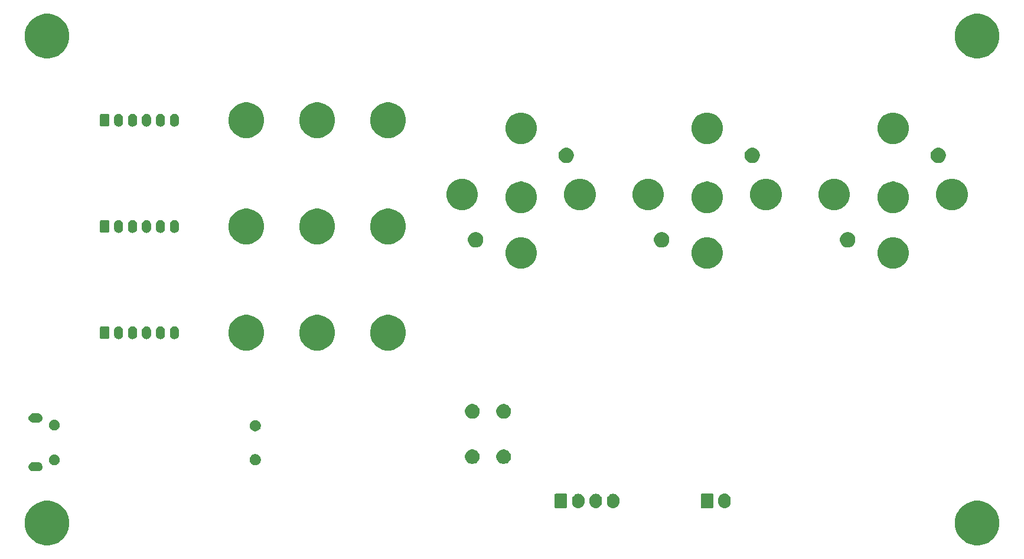
<source format=gbr>
G04 #@! TF.GenerationSoftware,KiCad,Pcbnew,(5.1.2)-1*
G04 #@! TF.CreationDate,2019-06-10T17:23:03-04:00*
G04 #@! TF.ProjectId,pev_uvw_sw,7065765f-7576-4775-9f73-772e6b696361,rev?*
G04 #@! TF.SameCoordinates,Original*
G04 #@! TF.FileFunction,Soldermask,Bot*
G04 #@! TF.FilePolarity,Negative*
%FSLAX46Y46*%
G04 Gerber Fmt 4.6, Leading zero omitted, Abs format (unit mm)*
G04 Created by KiCad (PCBNEW (5.1.2)-1) date 2019-06-10 17:23:03*
%MOMM*%
%LPD*%
G04 APERTURE LIST*
%ADD10C,0.100000*%
G04 APERTURE END LIST*
D10*
G36*
X137458404Y-69947974D02*
G01*
X138040767Y-70189196D01*
X138040768Y-70189197D01*
X138564881Y-70539398D01*
X139010602Y-70985119D01*
X139244599Y-71335321D01*
X139360804Y-71509233D01*
X139602026Y-72091596D01*
X139725000Y-72709826D01*
X139725000Y-73340174D01*
X139602026Y-73958404D01*
X139360804Y-74540767D01*
X139360803Y-74540768D01*
X139010602Y-75064881D01*
X138564881Y-75510602D01*
X138214679Y-75744599D01*
X138040767Y-75860804D01*
X137458404Y-76102026D01*
X136840174Y-76225000D01*
X136209826Y-76225000D01*
X135591596Y-76102026D01*
X135009233Y-75860804D01*
X134835321Y-75744599D01*
X134485119Y-75510602D01*
X134039398Y-75064881D01*
X133689197Y-74540768D01*
X133689196Y-74540767D01*
X133447974Y-73958404D01*
X133325000Y-73340174D01*
X133325000Y-72709826D01*
X133447974Y-72091596D01*
X133689196Y-71509233D01*
X133805401Y-71335321D01*
X134039398Y-70985119D01*
X134485119Y-70539398D01*
X135009232Y-70189197D01*
X135009233Y-70189196D01*
X135591596Y-69947974D01*
X136209826Y-69825000D01*
X136840174Y-69825000D01*
X137458404Y-69947974D01*
X137458404Y-69947974D01*
G37*
G36*
X4108404Y-69947974D02*
G01*
X4690767Y-70189196D01*
X4690768Y-70189197D01*
X5214881Y-70539398D01*
X5660602Y-70985119D01*
X5894599Y-71335321D01*
X6010804Y-71509233D01*
X6252026Y-72091596D01*
X6375000Y-72709826D01*
X6375000Y-73340174D01*
X6252026Y-73958404D01*
X6010804Y-74540767D01*
X6010803Y-74540768D01*
X5660602Y-75064881D01*
X5214881Y-75510602D01*
X4864679Y-75744599D01*
X4690767Y-75860804D01*
X4108404Y-76102026D01*
X3490174Y-76225000D01*
X2859826Y-76225000D01*
X2241596Y-76102026D01*
X1659233Y-75860804D01*
X1485321Y-75744599D01*
X1135119Y-75510602D01*
X689398Y-75064881D01*
X339197Y-74540768D01*
X339196Y-74540767D01*
X97974Y-73958404D01*
X-25000Y-73340174D01*
X-25000Y-72709826D01*
X97974Y-72091596D01*
X339196Y-71509233D01*
X455401Y-71335321D01*
X689398Y-70985119D01*
X1135119Y-70539398D01*
X1659232Y-70189197D01*
X1659233Y-70189196D01*
X2241596Y-69947974D01*
X2859826Y-69825000D01*
X3490174Y-69825000D01*
X4108404Y-69947974D01*
X4108404Y-69947974D01*
G37*
G36*
X100466626Y-68812037D02*
G01*
X100636465Y-68863557D01*
X100636467Y-68863558D01*
X100792989Y-68947221D01*
X100930186Y-69059814D01*
X101013448Y-69161271D01*
X101042778Y-69197009D01*
X101126443Y-69353534D01*
X101177963Y-69523373D01*
X101191000Y-69655742D01*
X101191000Y-70044257D01*
X101177963Y-70176626D01*
X101126443Y-70346466D01*
X101042778Y-70502991D01*
X101013448Y-70538729D01*
X100930186Y-70640186D01*
X100842178Y-70712411D01*
X100792991Y-70752778D01*
X100636466Y-70836443D01*
X100466627Y-70887963D01*
X100290000Y-70905359D01*
X100113374Y-70887963D01*
X99943535Y-70836443D01*
X99787010Y-70752778D01*
X99649815Y-70640185D01*
X99537222Y-70502991D01*
X99453557Y-70346466D01*
X99402037Y-70176627D01*
X99389000Y-70044258D01*
X99389000Y-69655743D01*
X99402037Y-69523374D01*
X99453557Y-69353535D01*
X99453559Y-69353532D01*
X99537221Y-69197011D01*
X99649814Y-69059814D01*
X99763641Y-68966400D01*
X99787009Y-68947222D01*
X99943534Y-68863557D01*
X100113373Y-68812037D01*
X100290000Y-68794641D01*
X100466626Y-68812037D01*
X100466626Y-68812037D01*
G37*
G36*
X98548600Y-68802989D02*
G01*
X98581652Y-68813015D01*
X98612103Y-68829292D01*
X98638799Y-68851201D01*
X98660708Y-68877897D01*
X98676985Y-68908348D01*
X98687011Y-68941400D01*
X98691000Y-68981903D01*
X98691000Y-70718097D01*
X98687011Y-70758600D01*
X98676985Y-70791652D01*
X98660708Y-70822103D01*
X98638799Y-70848799D01*
X98612103Y-70870708D01*
X98581652Y-70886985D01*
X98548600Y-70897011D01*
X98508097Y-70901000D01*
X97071903Y-70901000D01*
X97031400Y-70897011D01*
X96998348Y-70886985D01*
X96967897Y-70870708D01*
X96941201Y-70848799D01*
X96919292Y-70822103D01*
X96903015Y-70791652D01*
X96892989Y-70758600D01*
X96889000Y-70718097D01*
X96889000Y-68981903D01*
X96892989Y-68941400D01*
X96903015Y-68908348D01*
X96919292Y-68877897D01*
X96941201Y-68851201D01*
X96967897Y-68829292D01*
X96998348Y-68813015D01*
X97031400Y-68802989D01*
X97071903Y-68799000D01*
X98508097Y-68799000D01*
X98548600Y-68802989D01*
X98548600Y-68802989D01*
G37*
G36*
X84511626Y-68837037D02*
G01*
X84681465Y-68888557D01*
X84681467Y-68888558D01*
X84837989Y-68972221D01*
X84975186Y-69084814D01*
X85058448Y-69186271D01*
X85087778Y-69222009D01*
X85171443Y-69378534D01*
X85222963Y-69548373D01*
X85222963Y-69548375D01*
X85236000Y-69680740D01*
X85236000Y-70019259D01*
X85229481Y-70085442D01*
X85222963Y-70151626D01*
X85171443Y-70321466D01*
X85087778Y-70477991D01*
X85067261Y-70502991D01*
X84975186Y-70615186D01*
X84886827Y-70687699D01*
X84837991Y-70727778D01*
X84681466Y-70811443D01*
X84511627Y-70862963D01*
X84335000Y-70880359D01*
X84158374Y-70862963D01*
X83988535Y-70811443D01*
X83832010Y-70727778D01*
X83694815Y-70615185D01*
X83582222Y-70477991D01*
X83498557Y-70321466D01*
X83447037Y-70151627D01*
X83434000Y-70019258D01*
X83434000Y-69680743D01*
X83436463Y-69655740D01*
X83447037Y-69548376D01*
X83447037Y-69548374D01*
X83498557Y-69378535D01*
X83582222Y-69222010D01*
X83602738Y-69197011D01*
X83694814Y-69084814D01*
X83796271Y-69001552D01*
X83832009Y-68972222D01*
X83988534Y-68888557D01*
X84158373Y-68837037D01*
X84335000Y-68819641D01*
X84511626Y-68837037D01*
X84511626Y-68837037D01*
G37*
G36*
X82011626Y-68837037D02*
G01*
X82181465Y-68888557D01*
X82181467Y-68888558D01*
X82337989Y-68972221D01*
X82475186Y-69084814D01*
X82558448Y-69186271D01*
X82587778Y-69222009D01*
X82671443Y-69378534D01*
X82722963Y-69548373D01*
X82722963Y-69548375D01*
X82736000Y-69680740D01*
X82736000Y-70019259D01*
X82729481Y-70085442D01*
X82722963Y-70151626D01*
X82671443Y-70321466D01*
X82587778Y-70477991D01*
X82567261Y-70502991D01*
X82475186Y-70615186D01*
X82386827Y-70687699D01*
X82337991Y-70727778D01*
X82181466Y-70811443D01*
X82011627Y-70862963D01*
X81835000Y-70880359D01*
X81658374Y-70862963D01*
X81488535Y-70811443D01*
X81332010Y-70727778D01*
X81194815Y-70615185D01*
X81082222Y-70477991D01*
X80998557Y-70321466D01*
X80947037Y-70151627D01*
X80934000Y-70019258D01*
X80934000Y-69680743D01*
X80936463Y-69655740D01*
X80947037Y-69548376D01*
X80947037Y-69548374D01*
X80998557Y-69378535D01*
X81082222Y-69222010D01*
X81102738Y-69197011D01*
X81194814Y-69084814D01*
X81296271Y-69001552D01*
X81332009Y-68972222D01*
X81488534Y-68888557D01*
X81658373Y-68837037D01*
X81835000Y-68819641D01*
X82011626Y-68837037D01*
X82011626Y-68837037D01*
G37*
G36*
X79511626Y-68837037D02*
G01*
X79681465Y-68888557D01*
X79681467Y-68888558D01*
X79837989Y-68972221D01*
X79975186Y-69084814D01*
X80058448Y-69186271D01*
X80087778Y-69222009D01*
X80171443Y-69378534D01*
X80222963Y-69548373D01*
X80222963Y-69548375D01*
X80236000Y-69680740D01*
X80236000Y-70019259D01*
X80229481Y-70085442D01*
X80222963Y-70151626D01*
X80171443Y-70321466D01*
X80087778Y-70477991D01*
X80067261Y-70502991D01*
X79975186Y-70615186D01*
X79886827Y-70687699D01*
X79837991Y-70727778D01*
X79681466Y-70811443D01*
X79511627Y-70862963D01*
X79335000Y-70880359D01*
X79158374Y-70862963D01*
X78988535Y-70811443D01*
X78832010Y-70727778D01*
X78694815Y-70615185D01*
X78582222Y-70477991D01*
X78498557Y-70321466D01*
X78447037Y-70151627D01*
X78434000Y-70019258D01*
X78434000Y-69680743D01*
X78436463Y-69655740D01*
X78447037Y-69548376D01*
X78447037Y-69548374D01*
X78498557Y-69378535D01*
X78582222Y-69222010D01*
X78602738Y-69197011D01*
X78694814Y-69084814D01*
X78796271Y-69001552D01*
X78832009Y-68972222D01*
X78988534Y-68888557D01*
X79158373Y-68837037D01*
X79335000Y-68819641D01*
X79511626Y-68837037D01*
X79511626Y-68837037D01*
G37*
G36*
X77593600Y-68827989D02*
G01*
X77626652Y-68838015D01*
X77657103Y-68854292D01*
X77683799Y-68876201D01*
X77705708Y-68902897D01*
X77721985Y-68933348D01*
X77732011Y-68966400D01*
X77736000Y-69006903D01*
X77736000Y-70693097D01*
X77732011Y-70733600D01*
X77721985Y-70766652D01*
X77705708Y-70797103D01*
X77683799Y-70823799D01*
X77657103Y-70845708D01*
X77626652Y-70861985D01*
X77593600Y-70872011D01*
X77553097Y-70876000D01*
X76116903Y-70876000D01*
X76076400Y-70872011D01*
X76043348Y-70861985D01*
X76012897Y-70845708D01*
X75986201Y-70823799D01*
X75964292Y-70797103D01*
X75948015Y-70766652D01*
X75937989Y-70733600D01*
X75934000Y-70693097D01*
X75934000Y-69006903D01*
X75937989Y-68966400D01*
X75948015Y-68933348D01*
X75964292Y-68902897D01*
X75986201Y-68876201D01*
X76012897Y-68854292D01*
X76043348Y-68838015D01*
X76076400Y-68827989D01*
X76116903Y-68824000D01*
X77553097Y-68824000D01*
X77593600Y-68827989D01*
X77593600Y-68827989D01*
G37*
G36*
X1937855Y-64304140D02*
G01*
X2001618Y-64310420D01*
X2092404Y-64337960D01*
X2124336Y-64347646D01*
X2237425Y-64408094D01*
X2336554Y-64489446D01*
X2417906Y-64588575D01*
X2478354Y-64701664D01*
X2478355Y-64701668D01*
X2515580Y-64824382D01*
X2528149Y-64952000D01*
X2515580Y-65079618D01*
X2488040Y-65170404D01*
X2478354Y-65202336D01*
X2417906Y-65315425D01*
X2336554Y-65414554D01*
X2237425Y-65495906D01*
X2124336Y-65556354D01*
X2092404Y-65566040D01*
X2001618Y-65593580D01*
X1937855Y-65599860D01*
X1905974Y-65603000D01*
X1142026Y-65603000D01*
X1110145Y-65599860D01*
X1046382Y-65593580D01*
X955596Y-65566040D01*
X923664Y-65556354D01*
X810575Y-65495906D01*
X711446Y-65414554D01*
X630094Y-65315425D01*
X569646Y-65202336D01*
X559960Y-65170404D01*
X532420Y-65079618D01*
X519851Y-64952000D01*
X532420Y-64824382D01*
X569645Y-64701668D01*
X569646Y-64701664D01*
X630094Y-64588575D01*
X711446Y-64489446D01*
X810575Y-64408094D01*
X923664Y-64347646D01*
X955596Y-64337960D01*
X1046382Y-64310420D01*
X1110145Y-64304140D01*
X1142026Y-64301000D01*
X1905974Y-64301000D01*
X1937855Y-64304140D01*
X1937855Y-64304140D01*
G37*
G36*
X33253642Y-63164781D02*
G01*
X33399414Y-63225162D01*
X33399416Y-63225163D01*
X33530608Y-63312822D01*
X33642178Y-63424392D01*
X33729837Y-63555584D01*
X33729838Y-63555586D01*
X33790219Y-63701358D01*
X33821000Y-63856107D01*
X33821000Y-64013893D01*
X33790219Y-64168642D01*
X33786197Y-64178351D01*
X33729837Y-64314416D01*
X33642178Y-64445608D01*
X33530608Y-64557178D01*
X33399416Y-64644837D01*
X33399415Y-64644838D01*
X33399414Y-64644838D01*
X33253642Y-64705219D01*
X33098893Y-64736000D01*
X32941107Y-64736000D01*
X32786358Y-64705219D01*
X32640586Y-64644838D01*
X32640585Y-64644838D01*
X32640584Y-64644837D01*
X32509392Y-64557178D01*
X32397822Y-64445608D01*
X32310163Y-64314416D01*
X32253803Y-64178351D01*
X32249781Y-64168642D01*
X32219000Y-64013893D01*
X32219000Y-63856107D01*
X32249781Y-63701358D01*
X32310162Y-63555586D01*
X32310163Y-63555584D01*
X32397822Y-63424392D01*
X32509392Y-63312822D01*
X32640584Y-63225163D01*
X32640586Y-63225162D01*
X32786358Y-63164781D01*
X32941107Y-63134000D01*
X33098893Y-63134000D01*
X33253642Y-63164781D01*
X33253642Y-63164781D01*
G37*
G36*
X4450348Y-63205820D02*
G01*
X4450350Y-63205821D01*
X4450351Y-63205821D01*
X4591574Y-63264317D01*
X4591577Y-63264319D01*
X4718669Y-63349239D01*
X4826761Y-63457331D01*
X4892411Y-63555584D01*
X4911683Y-63584426D01*
X4919589Y-63603514D01*
X4970180Y-63725652D01*
X5000000Y-63875569D01*
X5000000Y-64028431D01*
X4971846Y-64169973D01*
X4970179Y-64178351D01*
X4911683Y-64319574D01*
X4911681Y-64319577D01*
X4826761Y-64446669D01*
X4718669Y-64554761D01*
X4591577Y-64639681D01*
X4591574Y-64639683D01*
X4450351Y-64698179D01*
X4450350Y-64698179D01*
X4450348Y-64698180D01*
X4300431Y-64728000D01*
X4147569Y-64728000D01*
X3997652Y-64698180D01*
X3997650Y-64698179D01*
X3997649Y-64698179D01*
X3856426Y-64639683D01*
X3856423Y-64639681D01*
X3729331Y-64554761D01*
X3621239Y-64446669D01*
X3536319Y-64319577D01*
X3536317Y-64319574D01*
X3477821Y-64178351D01*
X3476155Y-64169973D01*
X3448000Y-64028431D01*
X3448000Y-63875569D01*
X3477820Y-63725652D01*
X3528411Y-63603514D01*
X3536317Y-63584426D01*
X3555589Y-63555584D01*
X3621239Y-63457331D01*
X3729331Y-63349239D01*
X3856423Y-63264319D01*
X3856426Y-63264317D01*
X3997649Y-63205821D01*
X3997650Y-63205821D01*
X3997652Y-63205820D01*
X4147569Y-63176000D01*
X4300431Y-63176000D01*
X4450348Y-63205820D01*
X4450348Y-63205820D01*
G37*
G36*
X64441564Y-62489389D02*
G01*
X64632833Y-62568615D01*
X64632835Y-62568616D01*
X64804973Y-62683635D01*
X64951365Y-62830027D01*
X65066385Y-63002167D01*
X65145611Y-63193436D01*
X65186000Y-63396484D01*
X65186000Y-63603516D01*
X65145611Y-63806564D01*
X65125089Y-63856108D01*
X65066384Y-63997835D01*
X64951365Y-64169973D01*
X64804973Y-64316365D01*
X64632835Y-64431384D01*
X64632834Y-64431385D01*
X64632833Y-64431385D01*
X64441564Y-64510611D01*
X64238516Y-64551000D01*
X64031484Y-64551000D01*
X63828436Y-64510611D01*
X63637167Y-64431385D01*
X63637166Y-64431385D01*
X63637165Y-64431384D01*
X63465027Y-64316365D01*
X63318635Y-64169973D01*
X63203616Y-63997835D01*
X63144911Y-63856108D01*
X63124389Y-63806564D01*
X63084000Y-63603516D01*
X63084000Y-63396484D01*
X63124389Y-63193436D01*
X63203615Y-63002167D01*
X63318635Y-62830027D01*
X63465027Y-62683635D01*
X63637165Y-62568616D01*
X63637167Y-62568615D01*
X63828436Y-62489389D01*
X64031484Y-62449000D01*
X64238516Y-62449000D01*
X64441564Y-62489389D01*
X64441564Y-62489389D01*
G37*
G36*
X68941564Y-62489389D02*
G01*
X69132833Y-62568615D01*
X69132835Y-62568616D01*
X69304973Y-62683635D01*
X69451365Y-62830027D01*
X69566385Y-63002167D01*
X69645611Y-63193436D01*
X69686000Y-63396484D01*
X69686000Y-63603516D01*
X69645611Y-63806564D01*
X69625089Y-63856108D01*
X69566384Y-63997835D01*
X69451365Y-64169973D01*
X69304973Y-64316365D01*
X69132835Y-64431384D01*
X69132834Y-64431385D01*
X69132833Y-64431385D01*
X68941564Y-64510611D01*
X68738516Y-64551000D01*
X68531484Y-64551000D01*
X68328436Y-64510611D01*
X68137167Y-64431385D01*
X68137166Y-64431385D01*
X68137165Y-64431384D01*
X67965027Y-64316365D01*
X67818635Y-64169973D01*
X67703616Y-63997835D01*
X67644911Y-63856108D01*
X67624389Y-63806564D01*
X67584000Y-63603516D01*
X67584000Y-63396484D01*
X67624389Y-63193436D01*
X67703615Y-63002167D01*
X67818635Y-62830027D01*
X67965027Y-62683635D01*
X68137165Y-62568616D01*
X68137167Y-62568615D01*
X68328436Y-62489389D01*
X68531484Y-62449000D01*
X68738516Y-62449000D01*
X68941564Y-62489389D01*
X68941564Y-62489389D01*
G37*
G36*
X33253642Y-58284781D02*
G01*
X33399414Y-58345162D01*
X33399416Y-58345163D01*
X33530608Y-58432822D01*
X33642178Y-58544392D01*
X33675044Y-58593580D01*
X33729838Y-58675586D01*
X33790219Y-58821358D01*
X33821000Y-58976107D01*
X33821000Y-59133893D01*
X33790219Y-59288642D01*
X33777406Y-59319574D01*
X33729837Y-59434416D01*
X33642178Y-59565608D01*
X33530608Y-59677178D01*
X33399416Y-59764837D01*
X33399415Y-59764838D01*
X33399414Y-59764838D01*
X33253642Y-59825219D01*
X33098893Y-59856000D01*
X32941107Y-59856000D01*
X32786358Y-59825219D01*
X32640586Y-59764838D01*
X32640585Y-59764838D01*
X32640584Y-59764837D01*
X32509392Y-59677178D01*
X32397822Y-59565608D01*
X32310163Y-59434416D01*
X32262594Y-59319574D01*
X32249781Y-59288642D01*
X32219000Y-59133893D01*
X32219000Y-58976107D01*
X32249781Y-58821358D01*
X32310162Y-58675586D01*
X32364956Y-58593580D01*
X32397822Y-58544392D01*
X32509392Y-58432822D01*
X32640584Y-58345163D01*
X32640586Y-58345162D01*
X32786358Y-58284781D01*
X32941107Y-58254000D01*
X33098893Y-58254000D01*
X33253642Y-58284781D01*
X33253642Y-58284781D01*
G37*
G36*
X4450348Y-58205820D02*
G01*
X4450350Y-58205821D01*
X4450351Y-58205821D01*
X4591574Y-58264317D01*
X4591577Y-58264319D01*
X4718669Y-58349239D01*
X4826761Y-58457331D01*
X4911681Y-58584423D01*
X4911683Y-58584426D01*
X4949442Y-58675586D01*
X4970180Y-58725652D01*
X5000000Y-58875569D01*
X5000000Y-59028431D01*
X4979023Y-59133893D01*
X4970179Y-59178351D01*
X4911683Y-59319574D01*
X4911681Y-59319577D01*
X4826761Y-59446669D01*
X4718669Y-59554761D01*
X4591577Y-59639681D01*
X4591574Y-59639683D01*
X4450351Y-59698179D01*
X4450350Y-59698179D01*
X4450348Y-59698180D01*
X4300431Y-59728000D01*
X4147569Y-59728000D01*
X3997652Y-59698180D01*
X3997650Y-59698179D01*
X3997649Y-59698179D01*
X3856426Y-59639683D01*
X3856423Y-59639681D01*
X3729331Y-59554761D01*
X3621239Y-59446669D01*
X3536319Y-59319577D01*
X3536317Y-59319574D01*
X3477821Y-59178351D01*
X3468978Y-59133893D01*
X3448000Y-59028431D01*
X3448000Y-58875569D01*
X3477820Y-58725652D01*
X3498558Y-58675586D01*
X3536317Y-58584426D01*
X3536319Y-58584423D01*
X3621239Y-58457331D01*
X3729331Y-58349239D01*
X3856423Y-58264319D01*
X3856426Y-58264317D01*
X3997649Y-58205821D01*
X3997650Y-58205821D01*
X3997652Y-58205820D01*
X4147569Y-58176000D01*
X4300431Y-58176000D01*
X4450348Y-58205820D01*
X4450348Y-58205820D01*
G37*
G36*
X1937855Y-57304140D02*
G01*
X2001618Y-57310420D01*
X2092404Y-57337960D01*
X2124336Y-57347646D01*
X2237425Y-57408094D01*
X2336554Y-57489446D01*
X2417906Y-57588575D01*
X2478354Y-57701664D01*
X2478355Y-57701668D01*
X2515580Y-57824382D01*
X2528149Y-57952000D01*
X2515580Y-58079618D01*
X2488040Y-58170404D01*
X2478354Y-58202336D01*
X2417906Y-58315425D01*
X2336554Y-58414554D01*
X2237425Y-58495906D01*
X2124336Y-58556354D01*
X2092404Y-58566040D01*
X2001618Y-58593580D01*
X1937855Y-58599860D01*
X1905974Y-58603000D01*
X1142026Y-58603000D01*
X1110145Y-58599860D01*
X1046382Y-58593580D01*
X955596Y-58566040D01*
X923664Y-58556354D01*
X810575Y-58495906D01*
X711446Y-58414554D01*
X630094Y-58315425D01*
X569646Y-58202336D01*
X559960Y-58170404D01*
X532420Y-58079618D01*
X519851Y-57952000D01*
X532420Y-57824382D01*
X569645Y-57701668D01*
X569646Y-57701664D01*
X630094Y-57588575D01*
X711446Y-57489446D01*
X810575Y-57408094D01*
X923664Y-57347646D01*
X955596Y-57337960D01*
X1046382Y-57310420D01*
X1110145Y-57304140D01*
X1142026Y-57301000D01*
X1905974Y-57301000D01*
X1937855Y-57304140D01*
X1937855Y-57304140D01*
G37*
G36*
X68941564Y-55989389D02*
G01*
X69132833Y-56068615D01*
X69132835Y-56068616D01*
X69304973Y-56183635D01*
X69451365Y-56330027D01*
X69566385Y-56502167D01*
X69645611Y-56693436D01*
X69686000Y-56896484D01*
X69686000Y-57103516D01*
X69645611Y-57306564D01*
X69566385Y-57497833D01*
X69566384Y-57497835D01*
X69451365Y-57669973D01*
X69304973Y-57816365D01*
X69132835Y-57931384D01*
X69132834Y-57931385D01*
X69132833Y-57931385D01*
X68941564Y-58010611D01*
X68738516Y-58051000D01*
X68531484Y-58051000D01*
X68328436Y-58010611D01*
X68137167Y-57931385D01*
X68137166Y-57931385D01*
X68137165Y-57931384D01*
X67965027Y-57816365D01*
X67818635Y-57669973D01*
X67703616Y-57497835D01*
X67703615Y-57497833D01*
X67624389Y-57306564D01*
X67584000Y-57103516D01*
X67584000Y-56896484D01*
X67624389Y-56693436D01*
X67703615Y-56502167D01*
X67818635Y-56330027D01*
X67965027Y-56183635D01*
X68137165Y-56068616D01*
X68137167Y-56068615D01*
X68328436Y-55989389D01*
X68531484Y-55949000D01*
X68738516Y-55949000D01*
X68941564Y-55989389D01*
X68941564Y-55989389D01*
G37*
G36*
X64441564Y-55989389D02*
G01*
X64632833Y-56068615D01*
X64632835Y-56068616D01*
X64804973Y-56183635D01*
X64951365Y-56330027D01*
X65066385Y-56502167D01*
X65145611Y-56693436D01*
X65186000Y-56896484D01*
X65186000Y-57103516D01*
X65145611Y-57306564D01*
X65066385Y-57497833D01*
X65066384Y-57497835D01*
X64951365Y-57669973D01*
X64804973Y-57816365D01*
X64632835Y-57931384D01*
X64632834Y-57931385D01*
X64632833Y-57931385D01*
X64441564Y-58010611D01*
X64238516Y-58051000D01*
X64031484Y-58051000D01*
X63828436Y-58010611D01*
X63637167Y-57931385D01*
X63637166Y-57931385D01*
X63637165Y-57931384D01*
X63465027Y-57816365D01*
X63318635Y-57669973D01*
X63203616Y-57497835D01*
X63203615Y-57497833D01*
X63124389Y-57306564D01*
X63084000Y-57103516D01*
X63084000Y-56896484D01*
X63124389Y-56693436D01*
X63203615Y-56502167D01*
X63318635Y-56330027D01*
X63465027Y-56183635D01*
X63637165Y-56068616D01*
X63637167Y-56068615D01*
X63828436Y-55989389D01*
X64031484Y-55949000D01*
X64238516Y-55949000D01*
X64441564Y-55989389D01*
X64441564Y-55989389D01*
G37*
G36*
X32494098Y-43267033D02*
G01*
X32958350Y-43459332D01*
X32958352Y-43459333D01*
X33376168Y-43738509D01*
X33731491Y-44093832D01*
X34010667Y-44511648D01*
X34010668Y-44511650D01*
X34202967Y-44975902D01*
X34301000Y-45468747D01*
X34301000Y-45971253D01*
X34202967Y-46464098D01*
X34010668Y-46928350D01*
X34010667Y-46928352D01*
X33731491Y-47346168D01*
X33376168Y-47701491D01*
X32958352Y-47980667D01*
X32958351Y-47980668D01*
X32958350Y-47980668D01*
X32494098Y-48172967D01*
X32001253Y-48271000D01*
X31498747Y-48271000D01*
X31005902Y-48172967D01*
X30541650Y-47980668D01*
X30541649Y-47980668D01*
X30541648Y-47980667D01*
X30123832Y-47701491D01*
X29768509Y-47346168D01*
X29489333Y-46928352D01*
X29489332Y-46928350D01*
X29297033Y-46464098D01*
X29199000Y-45971253D01*
X29199000Y-45468747D01*
X29297033Y-44975902D01*
X29489332Y-44511650D01*
X29489333Y-44511648D01*
X29768509Y-44093832D01*
X30123832Y-43738509D01*
X30541648Y-43459333D01*
X30541650Y-43459332D01*
X31005902Y-43267033D01*
X31498747Y-43169000D01*
X32001253Y-43169000D01*
X32494098Y-43267033D01*
X32494098Y-43267033D01*
G37*
G36*
X52814098Y-43267033D02*
G01*
X53278350Y-43459332D01*
X53278352Y-43459333D01*
X53696168Y-43738509D01*
X54051491Y-44093832D01*
X54330667Y-44511648D01*
X54330668Y-44511650D01*
X54522967Y-44975902D01*
X54621000Y-45468747D01*
X54621000Y-45971253D01*
X54522967Y-46464098D01*
X54330668Y-46928350D01*
X54330667Y-46928352D01*
X54051491Y-47346168D01*
X53696168Y-47701491D01*
X53278352Y-47980667D01*
X53278351Y-47980668D01*
X53278350Y-47980668D01*
X52814098Y-48172967D01*
X52321253Y-48271000D01*
X51818747Y-48271000D01*
X51325902Y-48172967D01*
X50861650Y-47980668D01*
X50861649Y-47980668D01*
X50861648Y-47980667D01*
X50443832Y-47701491D01*
X50088509Y-47346168D01*
X49809333Y-46928352D01*
X49809332Y-46928350D01*
X49617033Y-46464098D01*
X49519000Y-45971253D01*
X49519000Y-45468747D01*
X49617033Y-44975902D01*
X49809332Y-44511650D01*
X49809333Y-44511648D01*
X50088509Y-44093832D01*
X50443832Y-43738509D01*
X50861648Y-43459333D01*
X50861650Y-43459332D01*
X51325902Y-43267033D01*
X51818747Y-43169000D01*
X52321253Y-43169000D01*
X52814098Y-43267033D01*
X52814098Y-43267033D01*
G37*
G36*
X42654098Y-43267033D02*
G01*
X43118350Y-43459332D01*
X43118352Y-43459333D01*
X43536168Y-43738509D01*
X43891491Y-44093832D01*
X44170667Y-44511648D01*
X44170668Y-44511650D01*
X44362967Y-44975902D01*
X44461000Y-45468747D01*
X44461000Y-45971253D01*
X44362967Y-46464098D01*
X44170668Y-46928350D01*
X44170667Y-46928352D01*
X43891491Y-47346168D01*
X43536168Y-47701491D01*
X43118352Y-47980667D01*
X43118351Y-47980668D01*
X43118350Y-47980668D01*
X42654098Y-48172967D01*
X42161253Y-48271000D01*
X41658747Y-48271000D01*
X41165902Y-48172967D01*
X40701650Y-47980668D01*
X40701649Y-47980668D01*
X40701648Y-47980667D01*
X40283832Y-47701491D01*
X39928509Y-47346168D01*
X39649333Y-46928352D01*
X39649332Y-46928350D01*
X39457033Y-46464098D01*
X39359000Y-45971253D01*
X39359000Y-45468747D01*
X39457033Y-44975902D01*
X39649332Y-44511650D01*
X39649333Y-44511648D01*
X39928509Y-44093832D01*
X40283832Y-43738509D01*
X40701648Y-43459333D01*
X40701650Y-43459332D01*
X41165902Y-43267033D01*
X41658747Y-43169000D01*
X42161253Y-43169000D01*
X42654098Y-43267033D01*
X42654098Y-43267033D01*
G37*
G36*
X21557617Y-44803420D02*
G01*
X21638399Y-44827925D01*
X21680335Y-44840646D01*
X21793424Y-44901094D01*
X21892554Y-44982447D01*
X21973906Y-45081575D01*
X22034354Y-45194664D01*
X22044040Y-45226596D01*
X22071580Y-45317382D01*
X22081000Y-45413027D01*
X22081000Y-46026973D01*
X22071580Y-46122618D01*
X22044040Y-46213404D01*
X22034354Y-46245336D01*
X21973906Y-46358425D01*
X21892554Y-46457554D01*
X21793425Y-46538906D01*
X21680336Y-46599354D01*
X21648404Y-46609040D01*
X21557618Y-46636580D01*
X21430000Y-46649149D01*
X21302383Y-46636580D01*
X21211597Y-46609040D01*
X21179665Y-46599354D01*
X21066576Y-46538906D01*
X20967447Y-46457554D01*
X20886096Y-46358427D01*
X20886095Y-46358425D01*
X20825647Y-46245336D01*
X20825645Y-46245333D01*
X20813237Y-46204427D01*
X20788420Y-46122618D01*
X20779000Y-46026973D01*
X20779000Y-45413028D01*
X20788420Y-45317383D01*
X20825645Y-45194669D01*
X20825646Y-45194665D01*
X20886094Y-45081576D01*
X20967447Y-44982446D01*
X21066575Y-44901094D01*
X21179664Y-44840646D01*
X21221600Y-44827925D01*
X21302382Y-44803420D01*
X21430000Y-44790851D01*
X21557617Y-44803420D01*
X21557617Y-44803420D01*
G37*
G36*
X19557617Y-44803420D02*
G01*
X19638399Y-44827925D01*
X19680335Y-44840646D01*
X19793424Y-44901094D01*
X19892554Y-44982447D01*
X19973906Y-45081575D01*
X20034354Y-45194664D01*
X20044040Y-45226596D01*
X20071580Y-45317382D01*
X20081000Y-45413027D01*
X20081000Y-46026973D01*
X20071580Y-46122618D01*
X20044040Y-46213404D01*
X20034354Y-46245336D01*
X19973906Y-46358425D01*
X19892554Y-46457554D01*
X19793425Y-46538906D01*
X19680336Y-46599354D01*
X19648404Y-46609040D01*
X19557618Y-46636580D01*
X19430000Y-46649149D01*
X19302383Y-46636580D01*
X19211597Y-46609040D01*
X19179665Y-46599354D01*
X19066576Y-46538906D01*
X18967447Y-46457554D01*
X18886096Y-46358427D01*
X18886095Y-46358425D01*
X18825647Y-46245336D01*
X18825645Y-46245333D01*
X18813237Y-46204427D01*
X18788420Y-46122618D01*
X18779000Y-46026973D01*
X18779000Y-45413028D01*
X18788420Y-45317383D01*
X18825645Y-45194669D01*
X18825646Y-45194665D01*
X18886094Y-45081576D01*
X18967447Y-44982446D01*
X19066575Y-44901094D01*
X19179664Y-44840646D01*
X19221600Y-44827925D01*
X19302382Y-44803420D01*
X19430000Y-44790851D01*
X19557617Y-44803420D01*
X19557617Y-44803420D01*
G37*
G36*
X17557617Y-44803420D02*
G01*
X17638399Y-44827925D01*
X17680335Y-44840646D01*
X17793424Y-44901094D01*
X17892554Y-44982447D01*
X17973906Y-45081575D01*
X18034354Y-45194664D01*
X18044040Y-45226596D01*
X18071580Y-45317382D01*
X18081000Y-45413027D01*
X18081000Y-46026973D01*
X18071580Y-46122618D01*
X18044040Y-46213404D01*
X18034354Y-46245336D01*
X17973906Y-46358425D01*
X17892554Y-46457554D01*
X17793425Y-46538906D01*
X17680336Y-46599354D01*
X17648404Y-46609040D01*
X17557618Y-46636580D01*
X17430000Y-46649149D01*
X17302383Y-46636580D01*
X17211597Y-46609040D01*
X17179665Y-46599354D01*
X17066576Y-46538906D01*
X16967447Y-46457554D01*
X16886096Y-46358427D01*
X16886095Y-46358425D01*
X16825647Y-46245336D01*
X16825645Y-46245333D01*
X16813237Y-46204427D01*
X16788420Y-46122618D01*
X16779000Y-46026973D01*
X16779000Y-45413028D01*
X16788420Y-45317383D01*
X16825645Y-45194669D01*
X16825646Y-45194665D01*
X16886094Y-45081576D01*
X16967447Y-44982446D01*
X17066575Y-44901094D01*
X17179664Y-44840646D01*
X17221600Y-44827925D01*
X17302382Y-44803420D01*
X17430000Y-44790851D01*
X17557617Y-44803420D01*
X17557617Y-44803420D01*
G37*
G36*
X15557617Y-44803420D02*
G01*
X15638399Y-44827925D01*
X15680335Y-44840646D01*
X15793424Y-44901094D01*
X15892554Y-44982447D01*
X15973906Y-45081575D01*
X16034354Y-45194664D01*
X16044040Y-45226596D01*
X16071580Y-45317382D01*
X16081000Y-45413027D01*
X16081000Y-46026973D01*
X16071580Y-46122618D01*
X16044040Y-46213404D01*
X16034354Y-46245336D01*
X15973906Y-46358425D01*
X15892554Y-46457554D01*
X15793425Y-46538906D01*
X15680336Y-46599354D01*
X15648404Y-46609040D01*
X15557618Y-46636580D01*
X15430000Y-46649149D01*
X15302383Y-46636580D01*
X15211597Y-46609040D01*
X15179665Y-46599354D01*
X15066576Y-46538906D01*
X14967447Y-46457554D01*
X14886096Y-46358427D01*
X14886095Y-46358425D01*
X14825647Y-46245336D01*
X14825645Y-46245333D01*
X14813237Y-46204427D01*
X14788420Y-46122618D01*
X14779000Y-46026973D01*
X14779000Y-45413028D01*
X14788420Y-45317383D01*
X14825645Y-45194669D01*
X14825646Y-45194665D01*
X14886094Y-45081576D01*
X14967447Y-44982446D01*
X15066575Y-44901094D01*
X15179664Y-44840646D01*
X15221600Y-44827925D01*
X15302382Y-44803420D01*
X15430000Y-44790851D01*
X15557617Y-44803420D01*
X15557617Y-44803420D01*
G37*
G36*
X13557617Y-44803420D02*
G01*
X13638399Y-44827925D01*
X13680335Y-44840646D01*
X13793424Y-44901094D01*
X13892554Y-44982447D01*
X13973906Y-45081575D01*
X14034354Y-45194664D01*
X14044040Y-45226596D01*
X14071580Y-45317382D01*
X14081000Y-45413027D01*
X14081000Y-46026973D01*
X14071580Y-46122618D01*
X14044040Y-46213404D01*
X14034354Y-46245336D01*
X13973906Y-46358425D01*
X13892554Y-46457554D01*
X13793425Y-46538906D01*
X13680336Y-46599354D01*
X13648404Y-46609040D01*
X13557618Y-46636580D01*
X13430000Y-46649149D01*
X13302383Y-46636580D01*
X13211597Y-46609040D01*
X13179665Y-46599354D01*
X13066576Y-46538906D01*
X12967447Y-46457554D01*
X12886096Y-46358427D01*
X12886095Y-46358425D01*
X12825647Y-46245336D01*
X12825645Y-46245333D01*
X12813237Y-46204427D01*
X12788420Y-46122618D01*
X12779000Y-46026973D01*
X12779000Y-45413028D01*
X12788420Y-45317383D01*
X12825645Y-45194669D01*
X12825646Y-45194665D01*
X12886094Y-45081576D01*
X12967447Y-44982446D01*
X13066575Y-44901094D01*
X13179664Y-44840646D01*
X13221600Y-44827925D01*
X13302382Y-44803420D01*
X13430000Y-44790851D01*
X13557617Y-44803420D01*
X13557617Y-44803420D01*
G37*
G36*
X11921242Y-44798404D02*
G01*
X11958337Y-44809657D01*
X11992515Y-44827925D01*
X12022481Y-44852519D01*
X12047075Y-44882485D01*
X12065343Y-44916663D01*
X12076596Y-44953758D01*
X12081000Y-44998474D01*
X12081000Y-46441526D01*
X12076596Y-46486242D01*
X12065343Y-46523337D01*
X12047075Y-46557515D01*
X12022481Y-46587481D01*
X11992515Y-46612075D01*
X11958337Y-46630343D01*
X11921242Y-46641596D01*
X11876526Y-46646000D01*
X10983474Y-46646000D01*
X10938758Y-46641596D01*
X10901663Y-46630343D01*
X10867485Y-46612075D01*
X10837519Y-46587481D01*
X10812925Y-46557515D01*
X10794657Y-46523337D01*
X10783404Y-46486242D01*
X10779000Y-46441526D01*
X10779000Y-44998474D01*
X10783404Y-44953758D01*
X10794657Y-44916663D01*
X10812925Y-44882485D01*
X10837519Y-44852519D01*
X10867485Y-44827925D01*
X10901663Y-44809657D01*
X10938758Y-44798404D01*
X10983474Y-44794000D01*
X11876526Y-44794000D01*
X11921242Y-44798404D01*
X11921242Y-44798404D01*
G37*
G36*
X71395880Y-32049776D02*
G01*
X71776593Y-32125504D01*
X72186249Y-32295189D01*
X72554929Y-32541534D01*
X72868466Y-32855071D01*
X73114811Y-33223751D01*
X73284496Y-33633407D01*
X73371000Y-34068296D01*
X73371000Y-34511704D01*
X73284496Y-34946593D01*
X73114811Y-35356249D01*
X72868466Y-35724929D01*
X72554929Y-36038466D01*
X72186249Y-36284811D01*
X71776593Y-36454496D01*
X71395880Y-36530224D01*
X71341705Y-36541000D01*
X70898295Y-36541000D01*
X70844120Y-36530224D01*
X70463407Y-36454496D01*
X70053751Y-36284811D01*
X69685071Y-36038466D01*
X69371534Y-35724929D01*
X69125189Y-35356249D01*
X68955504Y-34946593D01*
X68869000Y-34511704D01*
X68869000Y-34068296D01*
X68955504Y-33633407D01*
X69125189Y-33223751D01*
X69371534Y-32855071D01*
X69685071Y-32541534D01*
X70053751Y-32295189D01*
X70463407Y-32125504D01*
X70844120Y-32049776D01*
X70898295Y-32039000D01*
X71341705Y-32039000D01*
X71395880Y-32049776D01*
X71395880Y-32049776D01*
G37*
G36*
X98065880Y-32049776D02*
G01*
X98446593Y-32125504D01*
X98856249Y-32295189D01*
X99224929Y-32541534D01*
X99538466Y-32855071D01*
X99784811Y-33223751D01*
X99954496Y-33633407D01*
X100041000Y-34068296D01*
X100041000Y-34511704D01*
X99954496Y-34946593D01*
X99784811Y-35356249D01*
X99538466Y-35724929D01*
X99224929Y-36038466D01*
X98856249Y-36284811D01*
X98446593Y-36454496D01*
X98065880Y-36530224D01*
X98011705Y-36541000D01*
X97568295Y-36541000D01*
X97514120Y-36530224D01*
X97133407Y-36454496D01*
X96723751Y-36284811D01*
X96355071Y-36038466D01*
X96041534Y-35724929D01*
X95795189Y-35356249D01*
X95625504Y-34946593D01*
X95539000Y-34511704D01*
X95539000Y-34068296D01*
X95625504Y-33633407D01*
X95795189Y-33223751D01*
X96041534Y-32855071D01*
X96355071Y-32541534D01*
X96723751Y-32295189D01*
X97133407Y-32125504D01*
X97514120Y-32049776D01*
X97568295Y-32039000D01*
X98011705Y-32039000D01*
X98065880Y-32049776D01*
X98065880Y-32049776D01*
G37*
G36*
X124735880Y-32049776D02*
G01*
X125116593Y-32125504D01*
X125526249Y-32295189D01*
X125894929Y-32541534D01*
X126208466Y-32855071D01*
X126454811Y-33223751D01*
X126624496Y-33633407D01*
X126711000Y-34068296D01*
X126711000Y-34511704D01*
X126624496Y-34946593D01*
X126454811Y-35356249D01*
X126208466Y-35724929D01*
X125894929Y-36038466D01*
X125526249Y-36284811D01*
X125116593Y-36454496D01*
X124735880Y-36530224D01*
X124681705Y-36541000D01*
X124238295Y-36541000D01*
X124184120Y-36530224D01*
X123803407Y-36454496D01*
X123393751Y-36284811D01*
X123025071Y-36038466D01*
X122711534Y-35724929D01*
X122465189Y-35356249D01*
X122295504Y-34946593D01*
X122209000Y-34511704D01*
X122209000Y-34068296D01*
X122295504Y-33633407D01*
X122465189Y-33223751D01*
X122711534Y-32855071D01*
X123025071Y-32541534D01*
X123393751Y-32295189D01*
X123803407Y-32125504D01*
X124184120Y-32049776D01*
X124238295Y-32039000D01*
X124681705Y-32039000D01*
X124735880Y-32049776D01*
X124735880Y-32049776D01*
G37*
G36*
X91448235Y-31298905D02*
G01*
X91611150Y-31331311D01*
X91678851Y-31359354D01*
X91811520Y-31414307D01*
X91991844Y-31534795D01*
X92145205Y-31688156D01*
X92265693Y-31868480D01*
X92265693Y-31868481D01*
X92348689Y-32068850D01*
X92391000Y-32281561D01*
X92391000Y-32498439D01*
X92348689Y-32711150D01*
X92336462Y-32740668D01*
X92265693Y-32911520D01*
X92145205Y-33091844D01*
X91991844Y-33245205D01*
X91811520Y-33365693D01*
X91711334Y-33407191D01*
X91611150Y-33448689D01*
X91504794Y-33469845D01*
X91398440Y-33491000D01*
X91181560Y-33491000D01*
X91075206Y-33469845D01*
X90968850Y-33448689D01*
X90768480Y-33365693D01*
X90588156Y-33245205D01*
X90434795Y-33091844D01*
X90314307Y-32911520D01*
X90243538Y-32740668D01*
X90231311Y-32711150D01*
X90189000Y-32498439D01*
X90189000Y-32281561D01*
X90231311Y-32068850D01*
X90314307Y-31868481D01*
X90314307Y-31868480D01*
X90434795Y-31688156D01*
X90588156Y-31534795D01*
X90768480Y-31414307D01*
X90901149Y-31359354D01*
X90968850Y-31331311D01*
X91131765Y-31298905D01*
X91181560Y-31289000D01*
X91398440Y-31289000D01*
X91448235Y-31298905D01*
X91448235Y-31298905D01*
G37*
G36*
X118118235Y-31298905D02*
G01*
X118281150Y-31331311D01*
X118348851Y-31359354D01*
X118481520Y-31414307D01*
X118661844Y-31534795D01*
X118815205Y-31688156D01*
X118935693Y-31868480D01*
X118935693Y-31868481D01*
X119018689Y-32068850D01*
X119061000Y-32281561D01*
X119061000Y-32498439D01*
X119018689Y-32711150D01*
X119006462Y-32740668D01*
X118935693Y-32911520D01*
X118815205Y-33091844D01*
X118661844Y-33245205D01*
X118481520Y-33365693D01*
X118381334Y-33407191D01*
X118281150Y-33448689D01*
X118174795Y-33469844D01*
X118068440Y-33491000D01*
X117851560Y-33491000D01*
X117745206Y-33469845D01*
X117638850Y-33448689D01*
X117438480Y-33365693D01*
X117258156Y-33245205D01*
X117104795Y-33091844D01*
X116984307Y-32911520D01*
X116913538Y-32740668D01*
X116901311Y-32711150D01*
X116859000Y-32498439D01*
X116859000Y-32281561D01*
X116901311Y-32068850D01*
X116984307Y-31868481D01*
X116984307Y-31868480D01*
X117104795Y-31688156D01*
X117258156Y-31534795D01*
X117438480Y-31414307D01*
X117571149Y-31359354D01*
X117638850Y-31331311D01*
X117801765Y-31298905D01*
X117851560Y-31289000D01*
X118068440Y-31289000D01*
X118118235Y-31298905D01*
X118118235Y-31298905D01*
G37*
G36*
X64778235Y-31298905D02*
G01*
X64941150Y-31331311D01*
X65008851Y-31359354D01*
X65141520Y-31414307D01*
X65321844Y-31534795D01*
X65475205Y-31688156D01*
X65595693Y-31868480D01*
X65595693Y-31868481D01*
X65678689Y-32068850D01*
X65721000Y-32281561D01*
X65721000Y-32498439D01*
X65678689Y-32711150D01*
X65666462Y-32740668D01*
X65595693Y-32911520D01*
X65475205Y-33091844D01*
X65321844Y-33245205D01*
X65141520Y-33365693D01*
X65041334Y-33407191D01*
X64941150Y-33448689D01*
X64834794Y-33469845D01*
X64728440Y-33491000D01*
X64511560Y-33491000D01*
X64405206Y-33469845D01*
X64298850Y-33448689D01*
X64098480Y-33365693D01*
X63918156Y-33245205D01*
X63764795Y-33091844D01*
X63644307Y-32911520D01*
X63573538Y-32740668D01*
X63561311Y-32711150D01*
X63519000Y-32498439D01*
X63519000Y-32281561D01*
X63561311Y-32068850D01*
X63644307Y-31868481D01*
X63644307Y-31868480D01*
X63764795Y-31688156D01*
X63918156Y-31534795D01*
X64098480Y-31414307D01*
X64231149Y-31359354D01*
X64298850Y-31331311D01*
X64461765Y-31298905D01*
X64511560Y-31289000D01*
X64728440Y-31289000D01*
X64778235Y-31298905D01*
X64778235Y-31298905D01*
G37*
G36*
X32494098Y-28027033D02*
G01*
X32769239Y-28141000D01*
X32958352Y-28219333D01*
X33376168Y-28498509D01*
X33731491Y-28853832D01*
X34010667Y-29271648D01*
X34010668Y-29271650D01*
X34202967Y-29735902D01*
X34301000Y-30228747D01*
X34301000Y-30731253D01*
X34202967Y-31224098D01*
X34124180Y-31414307D01*
X34010667Y-31688352D01*
X33731491Y-32106168D01*
X33376168Y-32461491D01*
X32958352Y-32740667D01*
X32958351Y-32740668D01*
X32958350Y-32740668D01*
X32494098Y-32932967D01*
X32001253Y-33031000D01*
X31498747Y-33031000D01*
X31005902Y-32932967D01*
X30541650Y-32740668D01*
X30541649Y-32740668D01*
X30541648Y-32740667D01*
X30123832Y-32461491D01*
X29768509Y-32106168D01*
X29489333Y-31688352D01*
X29375820Y-31414307D01*
X29297033Y-31224098D01*
X29199000Y-30731253D01*
X29199000Y-30228747D01*
X29297033Y-29735902D01*
X29489332Y-29271650D01*
X29489333Y-29271648D01*
X29768509Y-28853832D01*
X30123832Y-28498509D01*
X30541648Y-28219333D01*
X30730761Y-28141000D01*
X31005902Y-28027033D01*
X31498747Y-27929000D01*
X32001253Y-27929000D01*
X32494098Y-28027033D01*
X32494098Y-28027033D01*
G37*
G36*
X42654098Y-28027033D02*
G01*
X42929239Y-28141000D01*
X43118352Y-28219333D01*
X43536168Y-28498509D01*
X43891491Y-28853832D01*
X44170667Y-29271648D01*
X44170668Y-29271650D01*
X44362967Y-29735902D01*
X44461000Y-30228747D01*
X44461000Y-30731253D01*
X44362967Y-31224098D01*
X44284180Y-31414307D01*
X44170667Y-31688352D01*
X43891491Y-32106168D01*
X43536168Y-32461491D01*
X43118352Y-32740667D01*
X43118351Y-32740668D01*
X43118350Y-32740668D01*
X42654098Y-32932967D01*
X42161253Y-33031000D01*
X41658747Y-33031000D01*
X41165902Y-32932967D01*
X40701650Y-32740668D01*
X40701649Y-32740668D01*
X40701648Y-32740667D01*
X40283832Y-32461491D01*
X39928509Y-32106168D01*
X39649333Y-31688352D01*
X39535820Y-31414307D01*
X39457033Y-31224098D01*
X39359000Y-30731253D01*
X39359000Y-30228747D01*
X39457033Y-29735902D01*
X39649332Y-29271650D01*
X39649333Y-29271648D01*
X39928509Y-28853832D01*
X40283832Y-28498509D01*
X40701648Y-28219333D01*
X40890761Y-28141000D01*
X41165902Y-28027033D01*
X41658747Y-27929000D01*
X42161253Y-27929000D01*
X42654098Y-28027033D01*
X42654098Y-28027033D01*
G37*
G36*
X52814098Y-28027033D02*
G01*
X53089239Y-28141000D01*
X53278352Y-28219333D01*
X53696168Y-28498509D01*
X54051491Y-28853832D01*
X54330667Y-29271648D01*
X54330668Y-29271650D01*
X54522967Y-29735902D01*
X54621000Y-30228747D01*
X54621000Y-30731253D01*
X54522967Y-31224098D01*
X54444180Y-31414307D01*
X54330667Y-31688352D01*
X54051491Y-32106168D01*
X53696168Y-32461491D01*
X53278352Y-32740667D01*
X53278351Y-32740668D01*
X53278350Y-32740668D01*
X52814098Y-32932967D01*
X52321253Y-33031000D01*
X51818747Y-33031000D01*
X51325902Y-32932967D01*
X50861650Y-32740668D01*
X50861649Y-32740668D01*
X50861648Y-32740667D01*
X50443832Y-32461491D01*
X50088509Y-32106168D01*
X49809333Y-31688352D01*
X49695820Y-31414307D01*
X49617033Y-31224098D01*
X49519000Y-30731253D01*
X49519000Y-30228747D01*
X49617033Y-29735902D01*
X49809332Y-29271650D01*
X49809333Y-29271648D01*
X50088509Y-28853832D01*
X50443832Y-28498509D01*
X50861648Y-28219333D01*
X51050761Y-28141000D01*
X51325902Y-28027033D01*
X51818747Y-27929000D01*
X52321253Y-27929000D01*
X52814098Y-28027033D01*
X52814098Y-28027033D01*
G37*
G36*
X17557617Y-29563420D02*
G01*
X17638399Y-29587925D01*
X17680335Y-29600646D01*
X17793424Y-29661094D01*
X17892554Y-29742447D01*
X17973906Y-29841575D01*
X18034354Y-29954664D01*
X18044040Y-29986596D01*
X18071580Y-30077382D01*
X18081000Y-30173027D01*
X18081000Y-30786973D01*
X18071580Y-30882618D01*
X18044040Y-30973404D01*
X18034354Y-31005336D01*
X17973906Y-31118425D01*
X17892554Y-31217554D01*
X17793425Y-31298906D01*
X17680336Y-31359354D01*
X17648404Y-31369040D01*
X17557618Y-31396580D01*
X17430000Y-31409149D01*
X17302383Y-31396580D01*
X17211597Y-31369040D01*
X17179665Y-31359354D01*
X17066576Y-31298906D01*
X16967447Y-31217554D01*
X16886096Y-31118427D01*
X16886095Y-31118425D01*
X16825647Y-31005336D01*
X16825645Y-31005333D01*
X16813237Y-30964427D01*
X16788420Y-30882618D01*
X16779000Y-30786973D01*
X16779000Y-30173028D01*
X16788420Y-30077383D01*
X16825645Y-29954669D01*
X16825646Y-29954665D01*
X16886094Y-29841576D01*
X16967447Y-29742446D01*
X17066575Y-29661094D01*
X17179664Y-29600646D01*
X17221600Y-29587925D01*
X17302382Y-29563420D01*
X17430000Y-29550851D01*
X17557617Y-29563420D01*
X17557617Y-29563420D01*
G37*
G36*
X13557617Y-29563420D02*
G01*
X13638399Y-29587925D01*
X13680335Y-29600646D01*
X13793424Y-29661094D01*
X13892554Y-29742447D01*
X13973906Y-29841575D01*
X14034354Y-29954664D01*
X14044040Y-29986596D01*
X14071580Y-30077382D01*
X14081000Y-30173027D01*
X14081000Y-30786973D01*
X14071580Y-30882618D01*
X14044040Y-30973404D01*
X14034354Y-31005336D01*
X13973906Y-31118425D01*
X13892554Y-31217554D01*
X13793425Y-31298906D01*
X13680336Y-31359354D01*
X13648404Y-31369040D01*
X13557618Y-31396580D01*
X13430000Y-31409149D01*
X13302383Y-31396580D01*
X13211597Y-31369040D01*
X13179665Y-31359354D01*
X13066576Y-31298906D01*
X12967447Y-31217554D01*
X12886096Y-31118427D01*
X12886095Y-31118425D01*
X12825647Y-31005336D01*
X12825645Y-31005333D01*
X12813237Y-30964427D01*
X12788420Y-30882618D01*
X12779000Y-30786973D01*
X12779000Y-30173028D01*
X12788420Y-30077383D01*
X12825645Y-29954669D01*
X12825646Y-29954665D01*
X12886094Y-29841576D01*
X12967447Y-29742446D01*
X13066575Y-29661094D01*
X13179664Y-29600646D01*
X13221600Y-29587925D01*
X13302382Y-29563420D01*
X13430000Y-29550851D01*
X13557617Y-29563420D01*
X13557617Y-29563420D01*
G37*
G36*
X15557617Y-29563420D02*
G01*
X15638399Y-29587925D01*
X15680335Y-29600646D01*
X15793424Y-29661094D01*
X15892554Y-29742447D01*
X15973906Y-29841575D01*
X16034354Y-29954664D01*
X16044040Y-29986596D01*
X16071580Y-30077382D01*
X16081000Y-30173027D01*
X16081000Y-30786973D01*
X16071580Y-30882618D01*
X16044040Y-30973404D01*
X16034354Y-31005336D01*
X15973906Y-31118425D01*
X15892554Y-31217554D01*
X15793425Y-31298906D01*
X15680336Y-31359354D01*
X15648404Y-31369040D01*
X15557618Y-31396580D01*
X15430000Y-31409149D01*
X15302383Y-31396580D01*
X15211597Y-31369040D01*
X15179665Y-31359354D01*
X15066576Y-31298906D01*
X14967447Y-31217554D01*
X14886096Y-31118427D01*
X14886095Y-31118425D01*
X14825647Y-31005336D01*
X14825645Y-31005333D01*
X14813237Y-30964427D01*
X14788420Y-30882618D01*
X14779000Y-30786973D01*
X14779000Y-30173028D01*
X14788420Y-30077383D01*
X14825645Y-29954669D01*
X14825646Y-29954665D01*
X14886094Y-29841576D01*
X14967447Y-29742446D01*
X15066575Y-29661094D01*
X15179664Y-29600646D01*
X15221600Y-29587925D01*
X15302382Y-29563420D01*
X15430000Y-29550851D01*
X15557617Y-29563420D01*
X15557617Y-29563420D01*
G37*
G36*
X19557617Y-29563420D02*
G01*
X19638399Y-29587925D01*
X19680335Y-29600646D01*
X19793424Y-29661094D01*
X19892554Y-29742447D01*
X19973906Y-29841575D01*
X20034354Y-29954664D01*
X20044040Y-29986596D01*
X20071580Y-30077382D01*
X20081000Y-30173027D01*
X20081000Y-30786973D01*
X20071580Y-30882618D01*
X20044040Y-30973404D01*
X20034354Y-31005336D01*
X19973906Y-31118425D01*
X19892554Y-31217554D01*
X19793425Y-31298906D01*
X19680336Y-31359354D01*
X19648404Y-31369040D01*
X19557618Y-31396580D01*
X19430000Y-31409149D01*
X19302383Y-31396580D01*
X19211597Y-31369040D01*
X19179665Y-31359354D01*
X19066576Y-31298906D01*
X18967447Y-31217554D01*
X18886096Y-31118427D01*
X18886095Y-31118425D01*
X18825647Y-31005336D01*
X18825645Y-31005333D01*
X18813237Y-30964427D01*
X18788420Y-30882618D01*
X18779000Y-30786973D01*
X18779000Y-30173028D01*
X18788420Y-30077383D01*
X18825645Y-29954669D01*
X18825646Y-29954665D01*
X18886094Y-29841576D01*
X18967447Y-29742446D01*
X19066575Y-29661094D01*
X19179664Y-29600646D01*
X19221600Y-29587925D01*
X19302382Y-29563420D01*
X19430000Y-29550851D01*
X19557617Y-29563420D01*
X19557617Y-29563420D01*
G37*
G36*
X21557617Y-29563420D02*
G01*
X21638399Y-29587925D01*
X21680335Y-29600646D01*
X21793424Y-29661094D01*
X21892554Y-29742447D01*
X21973906Y-29841575D01*
X22034354Y-29954664D01*
X22044040Y-29986596D01*
X22071580Y-30077382D01*
X22081000Y-30173027D01*
X22081000Y-30786973D01*
X22071580Y-30882618D01*
X22044040Y-30973404D01*
X22034354Y-31005336D01*
X21973906Y-31118425D01*
X21892554Y-31217554D01*
X21793425Y-31298906D01*
X21680336Y-31359354D01*
X21648404Y-31369040D01*
X21557618Y-31396580D01*
X21430000Y-31409149D01*
X21302383Y-31396580D01*
X21211597Y-31369040D01*
X21179665Y-31359354D01*
X21066576Y-31298906D01*
X20967447Y-31217554D01*
X20886096Y-31118427D01*
X20886095Y-31118425D01*
X20825647Y-31005336D01*
X20825645Y-31005333D01*
X20813237Y-30964427D01*
X20788420Y-30882618D01*
X20779000Y-30786973D01*
X20779000Y-30173028D01*
X20788420Y-30077383D01*
X20825645Y-29954669D01*
X20825646Y-29954665D01*
X20886094Y-29841576D01*
X20967447Y-29742446D01*
X21066575Y-29661094D01*
X21179664Y-29600646D01*
X21221600Y-29587925D01*
X21302382Y-29563420D01*
X21430000Y-29550851D01*
X21557617Y-29563420D01*
X21557617Y-29563420D01*
G37*
G36*
X11921242Y-29558404D02*
G01*
X11958337Y-29569657D01*
X11992515Y-29587925D01*
X12022481Y-29612519D01*
X12047075Y-29642485D01*
X12065343Y-29676663D01*
X12076596Y-29713758D01*
X12081000Y-29758474D01*
X12081000Y-31201526D01*
X12076596Y-31246242D01*
X12065343Y-31283337D01*
X12047075Y-31317515D01*
X12022481Y-31347481D01*
X11992515Y-31372075D01*
X11958337Y-31390343D01*
X11921242Y-31401596D01*
X11876526Y-31406000D01*
X10983474Y-31406000D01*
X10938758Y-31401596D01*
X10901663Y-31390343D01*
X10867485Y-31372075D01*
X10837519Y-31347481D01*
X10812925Y-31317515D01*
X10794657Y-31283337D01*
X10783404Y-31246242D01*
X10779000Y-31201526D01*
X10779000Y-29758474D01*
X10783404Y-29713758D01*
X10794657Y-29676663D01*
X10812925Y-29642485D01*
X10837519Y-29612519D01*
X10867485Y-29587925D01*
X10901663Y-29569657D01*
X10938758Y-29558404D01*
X10983474Y-29554000D01*
X11876526Y-29554000D01*
X11921242Y-29558404D01*
X11921242Y-29558404D01*
G37*
G36*
X98065880Y-24049776D02*
G01*
X98446593Y-24125504D01*
X98856249Y-24295189D01*
X99224929Y-24541534D01*
X99538466Y-24855071D01*
X99784811Y-25223751D01*
X99954496Y-25633407D01*
X100041000Y-26068296D01*
X100041000Y-26511704D01*
X99954496Y-26946593D01*
X99784811Y-27356249D01*
X99538466Y-27724929D01*
X99224929Y-28038466D01*
X98856249Y-28284811D01*
X98446593Y-28454496D01*
X98065880Y-28530224D01*
X98011705Y-28541000D01*
X97568295Y-28541000D01*
X97514120Y-28530224D01*
X97133407Y-28454496D01*
X96723751Y-28284811D01*
X96355071Y-28038466D01*
X96041534Y-27724929D01*
X95795189Y-27356249D01*
X95625504Y-26946593D01*
X95539000Y-26511704D01*
X95539000Y-26068296D01*
X95625504Y-25633407D01*
X95795189Y-25223751D01*
X96041534Y-24855071D01*
X96355071Y-24541534D01*
X96723751Y-24295189D01*
X97133407Y-24125504D01*
X97514120Y-24049776D01*
X97568295Y-24039000D01*
X98011705Y-24039000D01*
X98065880Y-24049776D01*
X98065880Y-24049776D01*
G37*
G36*
X124735880Y-24049776D02*
G01*
X125116593Y-24125504D01*
X125526249Y-24295189D01*
X125894929Y-24541534D01*
X126208466Y-24855071D01*
X126454811Y-25223751D01*
X126624496Y-25633407D01*
X126711000Y-26068296D01*
X126711000Y-26511704D01*
X126624496Y-26946593D01*
X126454811Y-27356249D01*
X126208466Y-27724929D01*
X125894929Y-28038466D01*
X125526249Y-28284811D01*
X125116593Y-28454496D01*
X124735880Y-28530224D01*
X124681705Y-28541000D01*
X124238295Y-28541000D01*
X124184120Y-28530224D01*
X123803407Y-28454496D01*
X123393751Y-28284811D01*
X123025071Y-28038466D01*
X122711534Y-27724929D01*
X122465189Y-27356249D01*
X122295504Y-26946593D01*
X122209000Y-26511704D01*
X122209000Y-26068296D01*
X122295504Y-25633407D01*
X122465189Y-25223751D01*
X122711534Y-24855071D01*
X123025071Y-24541534D01*
X123393751Y-24295189D01*
X123803407Y-24125504D01*
X124184120Y-24049776D01*
X124238295Y-24039000D01*
X124681705Y-24039000D01*
X124735880Y-24049776D01*
X124735880Y-24049776D01*
G37*
G36*
X71395880Y-24049776D02*
G01*
X71776593Y-24125504D01*
X72186249Y-24295189D01*
X72554929Y-24541534D01*
X72868466Y-24855071D01*
X73114811Y-25223751D01*
X73284496Y-25633407D01*
X73371000Y-26068296D01*
X73371000Y-26511704D01*
X73284496Y-26946593D01*
X73114811Y-27356249D01*
X72868466Y-27724929D01*
X72554929Y-28038466D01*
X72186249Y-28284811D01*
X71776593Y-28454496D01*
X71395880Y-28530224D01*
X71341705Y-28541000D01*
X70898295Y-28541000D01*
X70844120Y-28530224D01*
X70463407Y-28454496D01*
X70053751Y-28284811D01*
X69685071Y-28038466D01*
X69371534Y-27724929D01*
X69125189Y-27356249D01*
X68955504Y-26946593D01*
X68869000Y-26511704D01*
X68869000Y-26068296D01*
X68955504Y-25633407D01*
X69125189Y-25223751D01*
X69371534Y-24855071D01*
X69685071Y-24541534D01*
X70053751Y-24295189D01*
X70463407Y-24125504D01*
X70844120Y-24049776D01*
X70898295Y-24039000D01*
X71341705Y-24039000D01*
X71395880Y-24049776D01*
X71395880Y-24049776D01*
G37*
G36*
X89615880Y-23649776D02*
G01*
X89996593Y-23725504D01*
X90406249Y-23895189D01*
X90774929Y-24141534D01*
X91088466Y-24455071D01*
X91334811Y-24823751D01*
X91504496Y-25233407D01*
X91591000Y-25668296D01*
X91591000Y-26111704D01*
X91504496Y-26546593D01*
X91334811Y-26956249D01*
X91088466Y-27324929D01*
X90774929Y-27638466D01*
X90406249Y-27884811D01*
X89996593Y-28054496D01*
X89615880Y-28130224D01*
X89561705Y-28141000D01*
X89118295Y-28141000D01*
X89064120Y-28130224D01*
X88683407Y-28054496D01*
X88273751Y-27884811D01*
X87905071Y-27638466D01*
X87591534Y-27324929D01*
X87345189Y-26956249D01*
X87175504Y-26546593D01*
X87089000Y-26111704D01*
X87089000Y-25668296D01*
X87175504Y-25233407D01*
X87345189Y-24823751D01*
X87591534Y-24455071D01*
X87905071Y-24141534D01*
X88273751Y-23895189D01*
X88683407Y-23725504D01*
X89064120Y-23649776D01*
X89118295Y-23639000D01*
X89561705Y-23639000D01*
X89615880Y-23649776D01*
X89615880Y-23649776D01*
G37*
G36*
X116285880Y-23649776D02*
G01*
X116666593Y-23725504D01*
X117076249Y-23895189D01*
X117444929Y-24141534D01*
X117758466Y-24455071D01*
X118004811Y-24823751D01*
X118174496Y-25233407D01*
X118261000Y-25668296D01*
X118261000Y-26111704D01*
X118174496Y-26546593D01*
X118004811Y-26956249D01*
X117758466Y-27324929D01*
X117444929Y-27638466D01*
X117076249Y-27884811D01*
X116666593Y-28054496D01*
X116285880Y-28130224D01*
X116231705Y-28141000D01*
X115788295Y-28141000D01*
X115734120Y-28130224D01*
X115353407Y-28054496D01*
X114943751Y-27884811D01*
X114575071Y-27638466D01*
X114261534Y-27324929D01*
X114015189Y-26956249D01*
X113845504Y-26546593D01*
X113759000Y-26111704D01*
X113759000Y-25668296D01*
X113845504Y-25233407D01*
X114015189Y-24823751D01*
X114261534Y-24455071D01*
X114575071Y-24141534D01*
X114943751Y-23895189D01*
X115353407Y-23725504D01*
X115734120Y-23649776D01*
X115788295Y-23639000D01*
X116231705Y-23639000D01*
X116285880Y-23649776D01*
X116285880Y-23649776D01*
G37*
G36*
X133185880Y-23649776D02*
G01*
X133566593Y-23725504D01*
X133976249Y-23895189D01*
X134344929Y-24141534D01*
X134658466Y-24455071D01*
X134904811Y-24823751D01*
X135074496Y-25233407D01*
X135161000Y-25668296D01*
X135161000Y-26111704D01*
X135074496Y-26546593D01*
X134904811Y-26956249D01*
X134658466Y-27324929D01*
X134344929Y-27638466D01*
X133976249Y-27884811D01*
X133566593Y-28054496D01*
X133185880Y-28130224D01*
X133131705Y-28141000D01*
X132688295Y-28141000D01*
X132634120Y-28130224D01*
X132253407Y-28054496D01*
X131843751Y-27884811D01*
X131475071Y-27638466D01*
X131161534Y-27324929D01*
X130915189Y-26956249D01*
X130745504Y-26546593D01*
X130659000Y-26111704D01*
X130659000Y-25668296D01*
X130745504Y-25233407D01*
X130915189Y-24823751D01*
X131161534Y-24455071D01*
X131475071Y-24141534D01*
X131843751Y-23895189D01*
X132253407Y-23725504D01*
X132634120Y-23649776D01*
X132688295Y-23639000D01*
X133131705Y-23639000D01*
X133185880Y-23649776D01*
X133185880Y-23649776D01*
G37*
G36*
X106515880Y-23649776D02*
G01*
X106896593Y-23725504D01*
X107306249Y-23895189D01*
X107674929Y-24141534D01*
X107988466Y-24455071D01*
X108234811Y-24823751D01*
X108404496Y-25233407D01*
X108491000Y-25668296D01*
X108491000Y-26111704D01*
X108404496Y-26546593D01*
X108234811Y-26956249D01*
X107988466Y-27324929D01*
X107674929Y-27638466D01*
X107306249Y-27884811D01*
X106896593Y-28054496D01*
X106515880Y-28130224D01*
X106461705Y-28141000D01*
X106018295Y-28141000D01*
X105964120Y-28130224D01*
X105583407Y-28054496D01*
X105173751Y-27884811D01*
X104805071Y-27638466D01*
X104491534Y-27324929D01*
X104245189Y-26956249D01*
X104075504Y-26546593D01*
X103989000Y-26111704D01*
X103989000Y-25668296D01*
X104075504Y-25233407D01*
X104245189Y-24823751D01*
X104491534Y-24455071D01*
X104805071Y-24141534D01*
X105173751Y-23895189D01*
X105583407Y-23725504D01*
X105964120Y-23649776D01*
X106018295Y-23639000D01*
X106461705Y-23639000D01*
X106515880Y-23649776D01*
X106515880Y-23649776D01*
G37*
G36*
X79845880Y-23649776D02*
G01*
X80226593Y-23725504D01*
X80636249Y-23895189D01*
X81004929Y-24141534D01*
X81318466Y-24455071D01*
X81564811Y-24823751D01*
X81734496Y-25233407D01*
X81821000Y-25668296D01*
X81821000Y-26111704D01*
X81734496Y-26546593D01*
X81564811Y-26956249D01*
X81318466Y-27324929D01*
X81004929Y-27638466D01*
X80636249Y-27884811D01*
X80226593Y-28054496D01*
X79845880Y-28130224D01*
X79791705Y-28141000D01*
X79348295Y-28141000D01*
X79294120Y-28130224D01*
X78913407Y-28054496D01*
X78503751Y-27884811D01*
X78135071Y-27638466D01*
X77821534Y-27324929D01*
X77575189Y-26956249D01*
X77405504Y-26546593D01*
X77319000Y-26111704D01*
X77319000Y-25668296D01*
X77405504Y-25233407D01*
X77575189Y-24823751D01*
X77821534Y-24455071D01*
X78135071Y-24141534D01*
X78503751Y-23895189D01*
X78913407Y-23725504D01*
X79294120Y-23649776D01*
X79348295Y-23639000D01*
X79791705Y-23639000D01*
X79845880Y-23649776D01*
X79845880Y-23649776D01*
G37*
G36*
X62945880Y-23649776D02*
G01*
X63326593Y-23725504D01*
X63736249Y-23895189D01*
X64104929Y-24141534D01*
X64418466Y-24455071D01*
X64664811Y-24823751D01*
X64834496Y-25233407D01*
X64921000Y-25668296D01*
X64921000Y-26111704D01*
X64834496Y-26546593D01*
X64664811Y-26956249D01*
X64418466Y-27324929D01*
X64104929Y-27638466D01*
X63736249Y-27884811D01*
X63326593Y-28054496D01*
X62945880Y-28130224D01*
X62891705Y-28141000D01*
X62448295Y-28141000D01*
X62394120Y-28130224D01*
X62013407Y-28054496D01*
X61603751Y-27884811D01*
X61235071Y-27638466D01*
X60921534Y-27324929D01*
X60675189Y-26956249D01*
X60505504Y-26546593D01*
X60419000Y-26111704D01*
X60419000Y-25668296D01*
X60505504Y-25233407D01*
X60675189Y-24823751D01*
X60921534Y-24455071D01*
X61235071Y-24141534D01*
X61603751Y-23895189D01*
X62013407Y-23725504D01*
X62394120Y-23649776D01*
X62448295Y-23639000D01*
X62891705Y-23639000D01*
X62945880Y-23649776D01*
X62945880Y-23649776D01*
G37*
G36*
X131174794Y-19210155D02*
G01*
X131281150Y-19231311D01*
X131481520Y-19314307D01*
X131661844Y-19434795D01*
X131815205Y-19588156D01*
X131935693Y-19768480D01*
X132018689Y-19968851D01*
X132061000Y-20181560D01*
X132061000Y-20398440D01*
X132018689Y-20611149D01*
X131935693Y-20811520D01*
X131815205Y-20991844D01*
X131661844Y-21145205D01*
X131481520Y-21265693D01*
X131281150Y-21348689D01*
X131174794Y-21369845D01*
X131068440Y-21391000D01*
X130851560Y-21391000D01*
X130745206Y-21369845D01*
X130638850Y-21348689D01*
X130538666Y-21307191D01*
X130438480Y-21265693D01*
X130258156Y-21145205D01*
X130104795Y-20991844D01*
X129984307Y-20811520D01*
X129901311Y-20611149D01*
X129859000Y-20398440D01*
X129859000Y-20181560D01*
X129901311Y-19968851D01*
X129984307Y-19768480D01*
X130104795Y-19588156D01*
X130258156Y-19434795D01*
X130438480Y-19314307D01*
X130538666Y-19272809D01*
X130638850Y-19231311D01*
X130745205Y-19210156D01*
X130851560Y-19189000D01*
X131068440Y-19189000D01*
X131174794Y-19210155D01*
X131174794Y-19210155D01*
G37*
G36*
X77834794Y-19210155D02*
G01*
X77941150Y-19231311D01*
X78141520Y-19314307D01*
X78321844Y-19434795D01*
X78475205Y-19588156D01*
X78595693Y-19768480D01*
X78678689Y-19968851D01*
X78721000Y-20181560D01*
X78721000Y-20398440D01*
X78678689Y-20611149D01*
X78595693Y-20811520D01*
X78475205Y-20991844D01*
X78321844Y-21145205D01*
X78141520Y-21265693D01*
X78041334Y-21307191D01*
X77941150Y-21348689D01*
X77834794Y-21369845D01*
X77728440Y-21391000D01*
X77511560Y-21391000D01*
X77405206Y-21369845D01*
X77298850Y-21348689D01*
X77198666Y-21307191D01*
X77098480Y-21265693D01*
X76918156Y-21145205D01*
X76764795Y-20991844D01*
X76644307Y-20811520D01*
X76561311Y-20611149D01*
X76519000Y-20398440D01*
X76519000Y-20181560D01*
X76561311Y-19968851D01*
X76644307Y-19768480D01*
X76764795Y-19588156D01*
X76918156Y-19434795D01*
X77098480Y-19314307D01*
X77298850Y-19231311D01*
X77405205Y-19210156D01*
X77511560Y-19189000D01*
X77728440Y-19189000D01*
X77834794Y-19210155D01*
X77834794Y-19210155D01*
G37*
G36*
X104504794Y-19210155D02*
G01*
X104611150Y-19231311D01*
X104811520Y-19314307D01*
X104991844Y-19434795D01*
X105145205Y-19588156D01*
X105265693Y-19768480D01*
X105348689Y-19968851D01*
X105391000Y-20181560D01*
X105391000Y-20398440D01*
X105348689Y-20611149D01*
X105265693Y-20811520D01*
X105145205Y-20991844D01*
X104991844Y-21145205D01*
X104811520Y-21265693D01*
X104611150Y-21348689D01*
X104504794Y-21369845D01*
X104398440Y-21391000D01*
X104181560Y-21391000D01*
X104075206Y-21369845D01*
X103968850Y-21348689D01*
X103868666Y-21307191D01*
X103768480Y-21265693D01*
X103588156Y-21145205D01*
X103434795Y-20991844D01*
X103314307Y-20811520D01*
X103231311Y-20611149D01*
X103189000Y-20398440D01*
X103189000Y-20181560D01*
X103231311Y-19968851D01*
X103314307Y-19768480D01*
X103434795Y-19588156D01*
X103588156Y-19434795D01*
X103768480Y-19314307D01*
X103868666Y-19272809D01*
X103968850Y-19231311D01*
X104075205Y-19210156D01*
X104181560Y-19189000D01*
X104398440Y-19189000D01*
X104504794Y-19210155D01*
X104504794Y-19210155D01*
G37*
G36*
X71395880Y-14149776D02*
G01*
X71776593Y-14225504D01*
X72186249Y-14395189D01*
X72554929Y-14641534D01*
X72868466Y-14955071D01*
X73114811Y-15323751D01*
X73284496Y-15733407D01*
X73371000Y-16168296D01*
X73371000Y-16611704D01*
X73284496Y-17046593D01*
X73114811Y-17456249D01*
X72868466Y-17824929D01*
X72554929Y-18138466D01*
X72186249Y-18384811D01*
X71776593Y-18554496D01*
X71395880Y-18630224D01*
X71341705Y-18641000D01*
X70898295Y-18641000D01*
X70844120Y-18630224D01*
X70463407Y-18554496D01*
X70053751Y-18384811D01*
X69685071Y-18138466D01*
X69371534Y-17824929D01*
X69125189Y-17456249D01*
X68955504Y-17046593D01*
X68869000Y-16611704D01*
X68869000Y-16168296D01*
X68955504Y-15733407D01*
X69125189Y-15323751D01*
X69371534Y-14955071D01*
X69685071Y-14641534D01*
X70053751Y-14395189D01*
X70463407Y-14225504D01*
X70844120Y-14149776D01*
X70898295Y-14139000D01*
X71341705Y-14139000D01*
X71395880Y-14149776D01*
X71395880Y-14149776D01*
G37*
G36*
X124735880Y-14149776D02*
G01*
X125116593Y-14225504D01*
X125526249Y-14395189D01*
X125894929Y-14641534D01*
X126208466Y-14955071D01*
X126454811Y-15323751D01*
X126624496Y-15733407D01*
X126711000Y-16168296D01*
X126711000Y-16611704D01*
X126624496Y-17046593D01*
X126454811Y-17456249D01*
X126208466Y-17824929D01*
X125894929Y-18138466D01*
X125526249Y-18384811D01*
X125116593Y-18554496D01*
X124735880Y-18630224D01*
X124681705Y-18641000D01*
X124238295Y-18641000D01*
X124184120Y-18630224D01*
X123803407Y-18554496D01*
X123393751Y-18384811D01*
X123025071Y-18138466D01*
X122711534Y-17824929D01*
X122465189Y-17456249D01*
X122295504Y-17046593D01*
X122209000Y-16611704D01*
X122209000Y-16168296D01*
X122295504Y-15733407D01*
X122465189Y-15323751D01*
X122711534Y-14955071D01*
X123025071Y-14641534D01*
X123393751Y-14395189D01*
X123803407Y-14225504D01*
X124184120Y-14149776D01*
X124238295Y-14139000D01*
X124681705Y-14139000D01*
X124735880Y-14149776D01*
X124735880Y-14149776D01*
G37*
G36*
X98065880Y-14149776D02*
G01*
X98446593Y-14225504D01*
X98856249Y-14395189D01*
X99224929Y-14641534D01*
X99538466Y-14955071D01*
X99784811Y-15323751D01*
X99954496Y-15733407D01*
X100041000Y-16168296D01*
X100041000Y-16611704D01*
X99954496Y-17046593D01*
X99784811Y-17456249D01*
X99538466Y-17824929D01*
X99224929Y-18138466D01*
X98856249Y-18384811D01*
X98446593Y-18554496D01*
X98065880Y-18630224D01*
X98011705Y-18641000D01*
X97568295Y-18641000D01*
X97514120Y-18630224D01*
X97133407Y-18554496D01*
X96723751Y-18384811D01*
X96355071Y-18138466D01*
X96041534Y-17824929D01*
X95795189Y-17456249D01*
X95625504Y-17046593D01*
X95539000Y-16611704D01*
X95539000Y-16168296D01*
X95625504Y-15733407D01*
X95795189Y-15323751D01*
X96041534Y-14955071D01*
X96355071Y-14641534D01*
X96723751Y-14395189D01*
X97133407Y-14225504D01*
X97514120Y-14149776D01*
X97568295Y-14139000D01*
X98011705Y-14139000D01*
X98065880Y-14149776D01*
X98065880Y-14149776D01*
G37*
G36*
X32494098Y-12787033D02*
G01*
X32958350Y-12979332D01*
X32958352Y-12979333D01*
X33376168Y-13258509D01*
X33731491Y-13613832D01*
X34010667Y-14031648D01*
X34010668Y-14031650D01*
X34202967Y-14495902D01*
X34301000Y-14988747D01*
X34301000Y-15491253D01*
X34202967Y-15984098D01*
X34010668Y-16448350D01*
X34010667Y-16448352D01*
X33731491Y-16866168D01*
X33376168Y-17221491D01*
X32958352Y-17500667D01*
X32958351Y-17500668D01*
X32958350Y-17500668D01*
X32494098Y-17692967D01*
X32001253Y-17791000D01*
X31498747Y-17791000D01*
X31005902Y-17692967D01*
X30541650Y-17500668D01*
X30541649Y-17500668D01*
X30541648Y-17500667D01*
X30123832Y-17221491D01*
X29768509Y-16866168D01*
X29489333Y-16448352D01*
X29489332Y-16448350D01*
X29297033Y-15984098D01*
X29199000Y-15491253D01*
X29199000Y-14988747D01*
X29297033Y-14495902D01*
X29489332Y-14031650D01*
X29489333Y-14031648D01*
X29768509Y-13613832D01*
X30123832Y-13258509D01*
X30541648Y-12979333D01*
X30541650Y-12979332D01*
X31005902Y-12787033D01*
X31498747Y-12689000D01*
X32001253Y-12689000D01*
X32494098Y-12787033D01*
X32494098Y-12787033D01*
G37*
G36*
X42654098Y-12787033D02*
G01*
X43118350Y-12979332D01*
X43118352Y-12979333D01*
X43536168Y-13258509D01*
X43891491Y-13613832D01*
X44170667Y-14031648D01*
X44170668Y-14031650D01*
X44362967Y-14495902D01*
X44461000Y-14988747D01*
X44461000Y-15491253D01*
X44362967Y-15984098D01*
X44170668Y-16448350D01*
X44170667Y-16448352D01*
X43891491Y-16866168D01*
X43536168Y-17221491D01*
X43118352Y-17500667D01*
X43118351Y-17500668D01*
X43118350Y-17500668D01*
X42654098Y-17692967D01*
X42161253Y-17791000D01*
X41658747Y-17791000D01*
X41165902Y-17692967D01*
X40701650Y-17500668D01*
X40701649Y-17500668D01*
X40701648Y-17500667D01*
X40283832Y-17221491D01*
X39928509Y-16866168D01*
X39649333Y-16448352D01*
X39649332Y-16448350D01*
X39457033Y-15984098D01*
X39359000Y-15491253D01*
X39359000Y-14988747D01*
X39457033Y-14495902D01*
X39649332Y-14031650D01*
X39649333Y-14031648D01*
X39928509Y-13613832D01*
X40283832Y-13258509D01*
X40701648Y-12979333D01*
X40701650Y-12979332D01*
X41165902Y-12787033D01*
X41658747Y-12689000D01*
X42161253Y-12689000D01*
X42654098Y-12787033D01*
X42654098Y-12787033D01*
G37*
G36*
X52814098Y-12787033D02*
G01*
X53278350Y-12979332D01*
X53278352Y-12979333D01*
X53696168Y-13258509D01*
X54051491Y-13613832D01*
X54330667Y-14031648D01*
X54330668Y-14031650D01*
X54522967Y-14495902D01*
X54621000Y-14988747D01*
X54621000Y-15491253D01*
X54522967Y-15984098D01*
X54330668Y-16448350D01*
X54330667Y-16448352D01*
X54051491Y-16866168D01*
X53696168Y-17221491D01*
X53278352Y-17500667D01*
X53278351Y-17500668D01*
X53278350Y-17500668D01*
X52814098Y-17692967D01*
X52321253Y-17791000D01*
X51818747Y-17791000D01*
X51325902Y-17692967D01*
X50861650Y-17500668D01*
X50861649Y-17500668D01*
X50861648Y-17500667D01*
X50443832Y-17221491D01*
X50088509Y-16866168D01*
X49809333Y-16448352D01*
X49809332Y-16448350D01*
X49617033Y-15984098D01*
X49519000Y-15491253D01*
X49519000Y-14988747D01*
X49617033Y-14495902D01*
X49809332Y-14031650D01*
X49809333Y-14031648D01*
X50088509Y-13613832D01*
X50443832Y-13258509D01*
X50861648Y-12979333D01*
X50861650Y-12979332D01*
X51325902Y-12787033D01*
X51818747Y-12689000D01*
X52321253Y-12689000D01*
X52814098Y-12787033D01*
X52814098Y-12787033D01*
G37*
G36*
X19557617Y-14323420D02*
G01*
X19638399Y-14347925D01*
X19680335Y-14360646D01*
X19793424Y-14421094D01*
X19892554Y-14502447D01*
X19973906Y-14601575D01*
X20034354Y-14714664D01*
X20044040Y-14746596D01*
X20071580Y-14837382D01*
X20081000Y-14933027D01*
X20081000Y-15546973D01*
X20071580Y-15642618D01*
X20044040Y-15733404D01*
X20034354Y-15765336D01*
X19973906Y-15878425D01*
X19892554Y-15977554D01*
X19793425Y-16058906D01*
X19680336Y-16119354D01*
X19648404Y-16129040D01*
X19557618Y-16156580D01*
X19430000Y-16169149D01*
X19302383Y-16156580D01*
X19211597Y-16129040D01*
X19179665Y-16119354D01*
X19066576Y-16058906D01*
X18967447Y-15977554D01*
X18886096Y-15878427D01*
X18886095Y-15878425D01*
X18825647Y-15765336D01*
X18825645Y-15765333D01*
X18813237Y-15724427D01*
X18788420Y-15642618D01*
X18779000Y-15546973D01*
X18779000Y-14933028D01*
X18788420Y-14837383D01*
X18825645Y-14714669D01*
X18825646Y-14714665D01*
X18886094Y-14601576D01*
X18967447Y-14502446D01*
X19066575Y-14421094D01*
X19179664Y-14360646D01*
X19221600Y-14347925D01*
X19302382Y-14323420D01*
X19430000Y-14310851D01*
X19557617Y-14323420D01*
X19557617Y-14323420D01*
G37*
G36*
X21557617Y-14323420D02*
G01*
X21638399Y-14347925D01*
X21680335Y-14360646D01*
X21793424Y-14421094D01*
X21892554Y-14502447D01*
X21973906Y-14601575D01*
X22034354Y-14714664D01*
X22044040Y-14746596D01*
X22071580Y-14837382D01*
X22081000Y-14933027D01*
X22081000Y-15546973D01*
X22071580Y-15642618D01*
X22044040Y-15733404D01*
X22034354Y-15765336D01*
X21973906Y-15878425D01*
X21892554Y-15977554D01*
X21793425Y-16058906D01*
X21680336Y-16119354D01*
X21648404Y-16129040D01*
X21557618Y-16156580D01*
X21430000Y-16169149D01*
X21302383Y-16156580D01*
X21211597Y-16129040D01*
X21179665Y-16119354D01*
X21066576Y-16058906D01*
X20967447Y-15977554D01*
X20886096Y-15878427D01*
X20886095Y-15878425D01*
X20825647Y-15765336D01*
X20825645Y-15765333D01*
X20813237Y-15724427D01*
X20788420Y-15642618D01*
X20779000Y-15546973D01*
X20779000Y-14933028D01*
X20788420Y-14837383D01*
X20825645Y-14714669D01*
X20825646Y-14714665D01*
X20886094Y-14601576D01*
X20967447Y-14502446D01*
X21066575Y-14421094D01*
X21179664Y-14360646D01*
X21221600Y-14347925D01*
X21302382Y-14323420D01*
X21430000Y-14310851D01*
X21557617Y-14323420D01*
X21557617Y-14323420D01*
G37*
G36*
X17557617Y-14323420D02*
G01*
X17638399Y-14347925D01*
X17680335Y-14360646D01*
X17793424Y-14421094D01*
X17892554Y-14502447D01*
X17973906Y-14601575D01*
X18034354Y-14714664D01*
X18044040Y-14746596D01*
X18071580Y-14837382D01*
X18081000Y-14933027D01*
X18081000Y-15546973D01*
X18071580Y-15642618D01*
X18044040Y-15733404D01*
X18034354Y-15765336D01*
X17973906Y-15878425D01*
X17892554Y-15977554D01*
X17793425Y-16058906D01*
X17680336Y-16119354D01*
X17648404Y-16129040D01*
X17557618Y-16156580D01*
X17430000Y-16169149D01*
X17302383Y-16156580D01*
X17211597Y-16129040D01*
X17179665Y-16119354D01*
X17066576Y-16058906D01*
X16967447Y-15977554D01*
X16886096Y-15878427D01*
X16886095Y-15878425D01*
X16825647Y-15765336D01*
X16825645Y-15765333D01*
X16813237Y-15724427D01*
X16788420Y-15642618D01*
X16779000Y-15546973D01*
X16779000Y-14933028D01*
X16788420Y-14837383D01*
X16825645Y-14714669D01*
X16825646Y-14714665D01*
X16886094Y-14601576D01*
X16967447Y-14502446D01*
X17066575Y-14421094D01*
X17179664Y-14360646D01*
X17221600Y-14347925D01*
X17302382Y-14323420D01*
X17430000Y-14310851D01*
X17557617Y-14323420D01*
X17557617Y-14323420D01*
G37*
G36*
X15557617Y-14323420D02*
G01*
X15638399Y-14347925D01*
X15680335Y-14360646D01*
X15793424Y-14421094D01*
X15892554Y-14502447D01*
X15973906Y-14601575D01*
X16034354Y-14714664D01*
X16044040Y-14746596D01*
X16071580Y-14837382D01*
X16081000Y-14933027D01*
X16081000Y-15546973D01*
X16071580Y-15642618D01*
X16044040Y-15733404D01*
X16034354Y-15765336D01*
X15973906Y-15878425D01*
X15892554Y-15977554D01*
X15793425Y-16058906D01*
X15680336Y-16119354D01*
X15648404Y-16129040D01*
X15557618Y-16156580D01*
X15430000Y-16169149D01*
X15302383Y-16156580D01*
X15211597Y-16129040D01*
X15179665Y-16119354D01*
X15066576Y-16058906D01*
X14967447Y-15977554D01*
X14886096Y-15878427D01*
X14886095Y-15878425D01*
X14825647Y-15765336D01*
X14825645Y-15765333D01*
X14813237Y-15724427D01*
X14788420Y-15642618D01*
X14779000Y-15546973D01*
X14779000Y-14933028D01*
X14788420Y-14837383D01*
X14825645Y-14714669D01*
X14825646Y-14714665D01*
X14886094Y-14601576D01*
X14967447Y-14502446D01*
X15066575Y-14421094D01*
X15179664Y-14360646D01*
X15221600Y-14347925D01*
X15302382Y-14323420D01*
X15430000Y-14310851D01*
X15557617Y-14323420D01*
X15557617Y-14323420D01*
G37*
G36*
X13557617Y-14323420D02*
G01*
X13638399Y-14347925D01*
X13680335Y-14360646D01*
X13793424Y-14421094D01*
X13892554Y-14502447D01*
X13973906Y-14601575D01*
X14034354Y-14714664D01*
X14044040Y-14746596D01*
X14071580Y-14837382D01*
X14081000Y-14933027D01*
X14081000Y-15546973D01*
X14071580Y-15642618D01*
X14044040Y-15733404D01*
X14034354Y-15765336D01*
X13973906Y-15878425D01*
X13892554Y-15977554D01*
X13793425Y-16058906D01*
X13680336Y-16119354D01*
X13648404Y-16129040D01*
X13557618Y-16156580D01*
X13430000Y-16169149D01*
X13302383Y-16156580D01*
X13211597Y-16129040D01*
X13179665Y-16119354D01*
X13066576Y-16058906D01*
X12967447Y-15977554D01*
X12886096Y-15878427D01*
X12886095Y-15878425D01*
X12825647Y-15765336D01*
X12825645Y-15765333D01*
X12813237Y-15724427D01*
X12788420Y-15642618D01*
X12779000Y-15546973D01*
X12779000Y-14933028D01*
X12788420Y-14837383D01*
X12825645Y-14714669D01*
X12825646Y-14714665D01*
X12886094Y-14601576D01*
X12967447Y-14502446D01*
X13066575Y-14421094D01*
X13179664Y-14360646D01*
X13221600Y-14347925D01*
X13302382Y-14323420D01*
X13430000Y-14310851D01*
X13557617Y-14323420D01*
X13557617Y-14323420D01*
G37*
G36*
X11921242Y-14318404D02*
G01*
X11958337Y-14329657D01*
X11992515Y-14347925D01*
X12022481Y-14372519D01*
X12047075Y-14402485D01*
X12065343Y-14436663D01*
X12076596Y-14473758D01*
X12081000Y-14518474D01*
X12081000Y-15961526D01*
X12076596Y-16006242D01*
X12065343Y-16043337D01*
X12047075Y-16077515D01*
X12022481Y-16107481D01*
X11992515Y-16132075D01*
X11958337Y-16150343D01*
X11921242Y-16161596D01*
X11876526Y-16166000D01*
X10983474Y-16166000D01*
X10938758Y-16161596D01*
X10901663Y-16150343D01*
X10867485Y-16132075D01*
X10837519Y-16107481D01*
X10812925Y-16077515D01*
X10794657Y-16043337D01*
X10783404Y-16006242D01*
X10779000Y-15961526D01*
X10779000Y-14518474D01*
X10783404Y-14473758D01*
X10794657Y-14436663D01*
X10812925Y-14402485D01*
X10837519Y-14372519D01*
X10867485Y-14347925D01*
X10901663Y-14329657D01*
X10938758Y-14318404D01*
X10983474Y-14314000D01*
X11876526Y-14314000D01*
X11921242Y-14318404D01*
X11921242Y-14318404D01*
G37*
G36*
X4108404Y-97974D02*
G01*
X4690767Y-339196D01*
X4690768Y-339197D01*
X5214881Y-689398D01*
X5660602Y-1135119D01*
X5894599Y-1485321D01*
X6010804Y-1659233D01*
X6252026Y-2241596D01*
X6375000Y-2859826D01*
X6375000Y-3490174D01*
X6252026Y-4108404D01*
X6010804Y-4690767D01*
X6010803Y-4690768D01*
X5660602Y-5214881D01*
X5214881Y-5660602D01*
X4864679Y-5894599D01*
X4690767Y-6010804D01*
X4108404Y-6252026D01*
X3490174Y-6375000D01*
X2859826Y-6375000D01*
X2241596Y-6252026D01*
X1659233Y-6010804D01*
X1485321Y-5894599D01*
X1135119Y-5660602D01*
X689398Y-5214881D01*
X339197Y-4690768D01*
X339196Y-4690767D01*
X97974Y-4108404D01*
X-25000Y-3490174D01*
X-25000Y-2859826D01*
X97974Y-2241596D01*
X339196Y-1659233D01*
X455401Y-1485321D01*
X689398Y-1135119D01*
X1135119Y-689398D01*
X1659232Y-339197D01*
X1659233Y-339196D01*
X2241596Y-97974D01*
X2859826Y25000D01*
X3490174Y25000D01*
X4108404Y-97974D01*
X4108404Y-97974D01*
G37*
G36*
X137458404Y-97974D02*
G01*
X138040767Y-339196D01*
X138040768Y-339197D01*
X138564881Y-689398D01*
X139010602Y-1135119D01*
X139244599Y-1485321D01*
X139360804Y-1659233D01*
X139602026Y-2241596D01*
X139725000Y-2859826D01*
X139725000Y-3490174D01*
X139602026Y-4108404D01*
X139360804Y-4690767D01*
X139360803Y-4690768D01*
X139010602Y-5214881D01*
X138564881Y-5660602D01*
X138214679Y-5894599D01*
X138040767Y-6010804D01*
X137458404Y-6252026D01*
X136840174Y-6375000D01*
X136209826Y-6375000D01*
X135591596Y-6252026D01*
X135009233Y-6010804D01*
X134835321Y-5894599D01*
X134485119Y-5660602D01*
X134039398Y-5214881D01*
X133689197Y-4690768D01*
X133689196Y-4690767D01*
X133447974Y-4108404D01*
X133325000Y-3490174D01*
X133325000Y-2859826D01*
X133447974Y-2241596D01*
X133689196Y-1659233D01*
X133805401Y-1485321D01*
X134039398Y-1135119D01*
X134485119Y-689398D01*
X135009232Y-339197D01*
X135009233Y-339196D01*
X135591596Y-97974D01*
X136209826Y25000D01*
X136840174Y25000D01*
X137458404Y-97974D01*
X137458404Y-97974D01*
G37*
M02*

</source>
